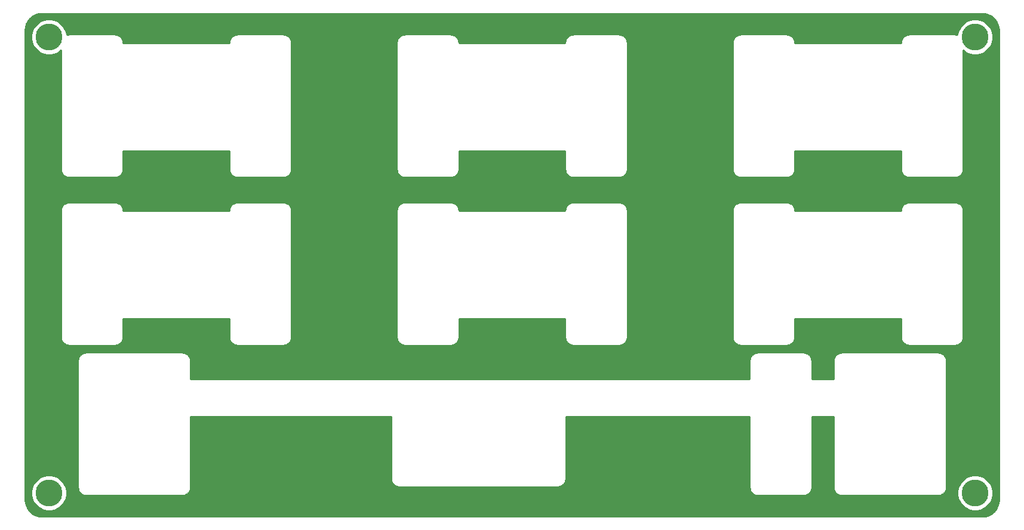
<source format=gbr>
%TF.GenerationSoftware,KiCad,Pcbnew,(5.1.10)-1*%
%TF.CreationDate,2021-07-06T10:59:22+02:00*%
%TF.ProjectId,plate,706c6174-652e-46b6-9963-61645f706362,rev?*%
%TF.SameCoordinates,Original*%
%TF.FileFunction,Copper,L1,Top*%
%TF.FilePolarity,Positive*%
%FSLAX46Y46*%
G04 Gerber Fmt 4.6, Leading zero omitted, Abs format (unit mm)*
G04 Created by KiCad (PCBNEW (5.1.10)-1) date 2021-07-06 10:59:22*
%MOMM*%
%LPD*%
G01*
G04 APERTURE LIST*
%TA.AperFunction,ComponentPad*%
%ADD10C,3.800000*%
%TD*%
%TA.AperFunction,NonConductor*%
%ADD11C,0.254000*%
%TD*%
%TA.AperFunction,NonConductor*%
%ADD12C,0.100000*%
%TD*%
G04 APERTURE END LIST*
D10*
%TO.P,REF\u002A\u002A,1*%
%TO.N,N/C*%
X196612000Y-59225000D03*
%TD*%
%TO.P,REF\u002A\u002A,1*%
%TO.N,N/C*%
X196612000Y-123900001D03*
%TD*%
%TO.P,REF\u002A\u002A,1*%
%TO.N,N/C*%
X65262000Y-123900001D03*
%TD*%
%TO.P,REF\u002A\u002A,1*%
%TO.N,N/C*%
X65261999Y-59225000D03*
%TD*%
D11*
X198065893Y-55932670D02*
X198502498Y-56064489D01*
X198905185Y-56278600D01*
X199258612Y-56566848D01*
X199549327Y-56918261D01*
X199766242Y-57319439D01*
X199901106Y-57755113D01*
X199952001Y-58239353D01*
X199952000Y-124867722D01*
X199904330Y-125353895D01*
X199772512Y-125790498D01*
X199558399Y-126193187D01*
X199270150Y-126546614D01*
X198918739Y-126837328D01*
X198517564Y-127054241D01*
X198081886Y-127189107D01*
X197597664Y-127240001D01*
X64294279Y-127240001D01*
X63808106Y-127192331D01*
X63371503Y-127060513D01*
X62968814Y-126846400D01*
X62615387Y-126558151D01*
X62324673Y-126206740D01*
X62107760Y-125805565D01*
X61972894Y-125369887D01*
X61922000Y-124885665D01*
X61922000Y-123650325D01*
X62727000Y-123650325D01*
X62727000Y-124149677D01*
X62824418Y-124639433D01*
X63015512Y-125100774D01*
X63292937Y-125515969D01*
X63646032Y-125869064D01*
X64061227Y-126146489D01*
X64522568Y-126337583D01*
X65012324Y-126435001D01*
X65511676Y-126435001D01*
X66001432Y-126337583D01*
X66462773Y-126146489D01*
X66877968Y-125869064D01*
X67231063Y-125515969D01*
X67508488Y-125100774D01*
X67699582Y-124639433D01*
X67797000Y-124149677D01*
X67797000Y-123650325D01*
X67699582Y-123160569D01*
X67698277Y-123157418D01*
X69376999Y-123157418D01*
X69379748Y-123185328D01*
X69379727Y-123188308D01*
X69380626Y-123197479D01*
X69385690Y-123245663D01*
X69386549Y-123254382D01*
X69386637Y-123254673D01*
X69390826Y-123294527D01*
X69402860Y-123353152D01*
X69414063Y-123411884D01*
X69416727Y-123420706D01*
X69445583Y-123513925D01*
X69468766Y-123569075D01*
X69491174Y-123624537D01*
X69495501Y-123632673D01*
X69541913Y-123718511D01*
X69575361Y-123768098D01*
X69608118Y-123818156D01*
X69613942Y-123825297D01*
X69676144Y-123900486D01*
X69718593Y-123942639D01*
X69760438Y-123985371D01*
X69767539Y-123991245D01*
X69843159Y-124052921D01*
X69893024Y-124086052D01*
X69942349Y-124119825D01*
X69950444Y-124124202D01*
X69950447Y-124124204D01*
X69950450Y-124124205D01*
X69950455Y-124124208D01*
X70036616Y-124170020D01*
X70091908Y-124192809D01*
X70146897Y-124216378D01*
X70155700Y-124219103D01*
X70249118Y-124247308D01*
X70307825Y-124258933D01*
X70366315Y-124271365D01*
X70375469Y-124272327D01*
X70375475Y-124272328D01*
X70375480Y-124272328D01*
X70472597Y-124281850D01*
X70472607Y-124281850D01*
X70504580Y-124284999D01*
X84219418Y-124285001D01*
X84247328Y-124282252D01*
X84250308Y-124282273D01*
X84259479Y-124281374D01*
X84307663Y-124276310D01*
X84316382Y-124275451D01*
X84316673Y-124275363D01*
X84356527Y-124271174D01*
X84415152Y-124259140D01*
X84473884Y-124247937D01*
X84482706Y-124245273D01*
X84575925Y-124216417D01*
X84631075Y-124193234D01*
X84686537Y-124170826D01*
X84694666Y-124166503D01*
X84694670Y-124166501D01*
X84694673Y-124166499D01*
X84780511Y-124120087D01*
X84830098Y-124086639D01*
X84880156Y-124053882D01*
X84887297Y-124048058D01*
X84962486Y-123985856D01*
X85004639Y-123943407D01*
X85047371Y-123901562D01*
X85053245Y-123894461D01*
X85114921Y-123818841D01*
X85148052Y-123768976D01*
X85181825Y-123719651D01*
X85186208Y-123711545D01*
X85232020Y-123625384D01*
X85254809Y-123570092D01*
X85278378Y-123515103D01*
X85281103Y-123506300D01*
X85309308Y-123412882D01*
X85320933Y-123354175D01*
X85333365Y-123295685D01*
X85334327Y-123286531D01*
X85334328Y-123286525D01*
X85334328Y-123286519D01*
X85343850Y-123189403D01*
X85343850Y-123189402D01*
X85347000Y-123157420D01*
X85347000Y-113035001D01*
X113752000Y-113035001D01*
X113751999Y-121907419D01*
X113754748Y-121935329D01*
X113754727Y-121938309D01*
X113755626Y-121947480D01*
X113760690Y-121995664D01*
X113761549Y-122004383D01*
X113761637Y-122004674D01*
X113765826Y-122044528D01*
X113777860Y-122103153D01*
X113789063Y-122161885D01*
X113791727Y-122170707D01*
X113820583Y-122263926D01*
X113843766Y-122319076D01*
X113866174Y-122374538D01*
X113870501Y-122382674D01*
X113916913Y-122468512D01*
X113950361Y-122518099D01*
X113983118Y-122568157D01*
X113988942Y-122575298D01*
X114051144Y-122650487D01*
X114093593Y-122692640D01*
X114135438Y-122735372D01*
X114142539Y-122741246D01*
X114218159Y-122802922D01*
X114268024Y-122836053D01*
X114317349Y-122869826D01*
X114325444Y-122874203D01*
X114325447Y-122874205D01*
X114325450Y-122874206D01*
X114325455Y-122874209D01*
X114411616Y-122920021D01*
X114466908Y-122942810D01*
X114521897Y-122966379D01*
X114530700Y-122969104D01*
X114624118Y-122997309D01*
X114682825Y-123008934D01*
X114741315Y-123021366D01*
X114750469Y-123022328D01*
X114750475Y-123022329D01*
X114750480Y-123022329D01*
X114847597Y-123031851D01*
X114879580Y-123035001D01*
X137444418Y-123035001D01*
X137472328Y-123032252D01*
X137475307Y-123032273D01*
X137484478Y-123031374D01*
X137532647Y-123026311D01*
X137541382Y-123025451D01*
X137541673Y-123025363D01*
X137581526Y-123021174D01*
X137640151Y-123009140D01*
X137698883Y-122997937D01*
X137707705Y-122995273D01*
X137800924Y-122966417D01*
X137856074Y-122943234D01*
X137911536Y-122920826D01*
X137919665Y-122916503D01*
X137919669Y-122916501D01*
X137919672Y-122916499D01*
X138005510Y-122870087D01*
X138055097Y-122836639D01*
X138105155Y-122803882D01*
X138112296Y-122798058D01*
X138187485Y-122735856D01*
X138229638Y-122693407D01*
X138272370Y-122651562D01*
X138278244Y-122644461D01*
X138339920Y-122568841D01*
X138373051Y-122518976D01*
X138406824Y-122469651D01*
X138411207Y-122461545D01*
X138457019Y-122375384D01*
X138479808Y-122320092D01*
X138503377Y-122265103D01*
X138506102Y-122256300D01*
X138534307Y-122162882D01*
X138545932Y-122104175D01*
X138558364Y-122045685D01*
X138559326Y-122036531D01*
X138559327Y-122036525D01*
X138559327Y-122036520D01*
X138568849Y-121939403D01*
X138571999Y-121907420D01*
X138571999Y-113035001D01*
X164627000Y-113034999D01*
X164626999Y-123157419D01*
X164629748Y-123185329D01*
X164629727Y-123188309D01*
X164630626Y-123197480D01*
X164635690Y-123245664D01*
X164636549Y-123254383D01*
X164636637Y-123254674D01*
X164640826Y-123294528D01*
X164652860Y-123353153D01*
X164664063Y-123411885D01*
X164666727Y-123420707D01*
X164695583Y-123513926D01*
X164718766Y-123569076D01*
X164741174Y-123624538D01*
X164745501Y-123632674D01*
X164791913Y-123718512D01*
X164825361Y-123768099D01*
X164858118Y-123818157D01*
X164863942Y-123825298D01*
X164926144Y-123900487D01*
X164968593Y-123942640D01*
X165010438Y-123985372D01*
X165017539Y-123991246D01*
X165093159Y-124052922D01*
X165143024Y-124086053D01*
X165192349Y-124119826D01*
X165200444Y-124124203D01*
X165200447Y-124124205D01*
X165200450Y-124124206D01*
X165200455Y-124124209D01*
X165286616Y-124170021D01*
X165341908Y-124192810D01*
X165396897Y-124216379D01*
X165405700Y-124219104D01*
X165499118Y-124247309D01*
X165557825Y-124258934D01*
X165616315Y-124271366D01*
X165625469Y-124272328D01*
X165625475Y-124272329D01*
X165625480Y-124272329D01*
X165722597Y-124281851D01*
X165754580Y-124285001D01*
X172319418Y-124285001D01*
X172347328Y-124282252D01*
X172350307Y-124282273D01*
X172359478Y-124281374D01*
X172407647Y-124276311D01*
X172416382Y-124275451D01*
X172416673Y-124275363D01*
X172456526Y-124271174D01*
X172515151Y-124259140D01*
X172573883Y-124247937D01*
X172582705Y-124245273D01*
X172675924Y-124216417D01*
X172731074Y-124193234D01*
X172786536Y-124170826D01*
X172794665Y-124166503D01*
X172794669Y-124166501D01*
X172794672Y-124166499D01*
X172880510Y-124120087D01*
X172930097Y-124086639D01*
X172980155Y-124053882D01*
X172987296Y-124048058D01*
X173062485Y-123985856D01*
X173104638Y-123943407D01*
X173147370Y-123901562D01*
X173153244Y-123894461D01*
X173214920Y-123818841D01*
X173248051Y-123768976D01*
X173281824Y-123719651D01*
X173286207Y-123711545D01*
X173332019Y-123625384D01*
X173354808Y-123570092D01*
X173378377Y-123515103D01*
X173381102Y-123506300D01*
X173409307Y-123412882D01*
X173420932Y-123354175D01*
X173433364Y-123295685D01*
X173434326Y-123286531D01*
X173434327Y-123286525D01*
X173434327Y-123286519D01*
X173443849Y-123189403D01*
X173443849Y-123189402D01*
X173446999Y-123157420D01*
X173446999Y-113035000D01*
X176526999Y-113035000D01*
X176527000Y-123157419D01*
X176529748Y-123185319D01*
X176529727Y-123188308D01*
X176530626Y-123197479D01*
X176535705Y-123245799D01*
X176536550Y-123254383D01*
X176536637Y-123254669D01*
X176540826Y-123294527D01*
X176552860Y-123353152D01*
X176564063Y-123411884D01*
X176566727Y-123420706D01*
X176595583Y-123513925D01*
X176618766Y-123569075D01*
X176641174Y-123624537D01*
X176645501Y-123632673D01*
X176691913Y-123718511D01*
X176725361Y-123768098D01*
X176758118Y-123818156D01*
X176763942Y-123825297D01*
X176826144Y-123900486D01*
X176868593Y-123942639D01*
X176910438Y-123985371D01*
X176917539Y-123991245D01*
X176993159Y-124052921D01*
X177043024Y-124086052D01*
X177092349Y-124119825D01*
X177100444Y-124124202D01*
X177100447Y-124124204D01*
X177100450Y-124124205D01*
X177100455Y-124124208D01*
X177186616Y-124170020D01*
X177241908Y-124192809D01*
X177296897Y-124216378D01*
X177305700Y-124219103D01*
X177399118Y-124247308D01*
X177457825Y-124258933D01*
X177516315Y-124271365D01*
X177525469Y-124272327D01*
X177525475Y-124272328D01*
X177525480Y-124272328D01*
X177622597Y-124281850D01*
X177654580Y-124285000D01*
X191407418Y-124285000D01*
X191435328Y-124282251D01*
X191438307Y-124282272D01*
X191447478Y-124281373D01*
X191495647Y-124276310D01*
X191504382Y-124275450D01*
X191504673Y-124275362D01*
X191544526Y-124271173D01*
X191603151Y-124259139D01*
X191661883Y-124247936D01*
X191670705Y-124245272D01*
X191763924Y-124216416D01*
X191819074Y-124193233D01*
X191874536Y-124170825D01*
X191882665Y-124166502D01*
X191882669Y-124166500D01*
X191882672Y-124166498D01*
X191968510Y-124120086D01*
X192018097Y-124086638D01*
X192068155Y-124053881D01*
X192075296Y-124048057D01*
X192150485Y-123985855D01*
X192192638Y-123943406D01*
X192235370Y-123901561D01*
X192241244Y-123894460D01*
X192302920Y-123818840D01*
X192336051Y-123768975D01*
X192369824Y-123719650D01*
X192374207Y-123711544D01*
X192406757Y-123650325D01*
X194077000Y-123650325D01*
X194077000Y-124149677D01*
X194174418Y-124639433D01*
X194365512Y-125100774D01*
X194642937Y-125515969D01*
X194996032Y-125869064D01*
X195411227Y-126146489D01*
X195872568Y-126337583D01*
X196362324Y-126435001D01*
X196861676Y-126435001D01*
X197351432Y-126337583D01*
X197812773Y-126146489D01*
X198227968Y-125869064D01*
X198581063Y-125515969D01*
X198858488Y-125100774D01*
X199049582Y-124639433D01*
X199147000Y-124149677D01*
X199147000Y-123650325D01*
X199049582Y-123160569D01*
X198858488Y-122699228D01*
X198581063Y-122284033D01*
X198227968Y-121930938D01*
X197812773Y-121653513D01*
X197351432Y-121462419D01*
X196861676Y-121365001D01*
X196362324Y-121365001D01*
X195872568Y-121462419D01*
X195411227Y-121653513D01*
X194996032Y-121930938D01*
X194642937Y-122284033D01*
X194365512Y-122699228D01*
X194174418Y-123160569D01*
X194077000Y-123650325D01*
X192406757Y-123650325D01*
X192420019Y-123625383D01*
X192442808Y-123570091D01*
X192466377Y-123515102D01*
X192469102Y-123506299D01*
X192497307Y-123412881D01*
X192508932Y-123354174D01*
X192521364Y-123295684D01*
X192522326Y-123286530D01*
X192522327Y-123286524D01*
X192522327Y-123286519D01*
X192531849Y-123189402D01*
X192534999Y-123157419D01*
X192534999Y-105092581D01*
X192532250Y-105064671D01*
X192532271Y-105061693D01*
X192531372Y-105052522D01*
X192526310Y-105004360D01*
X192525449Y-104995617D01*
X192525361Y-104995325D01*
X192521172Y-104955473D01*
X192509139Y-104896854D01*
X192497935Y-104838116D01*
X192495271Y-104829294D01*
X192466415Y-104736075D01*
X192443237Y-104680937D01*
X192420824Y-104625463D01*
X192416497Y-104617327D01*
X192370084Y-104531489D01*
X192336644Y-104481913D01*
X192303880Y-104431844D01*
X192298056Y-104424703D01*
X192235854Y-104349514D01*
X192193405Y-104307361D01*
X192151560Y-104264629D01*
X192144459Y-104258755D01*
X192068838Y-104197079D01*
X192019033Y-104163988D01*
X191969649Y-104130174D01*
X191961543Y-104125792D01*
X191875382Y-104079980D01*
X191820090Y-104057191D01*
X191765101Y-104033622D01*
X191756298Y-104030897D01*
X191662880Y-104002692D01*
X191604173Y-103991067D01*
X191545683Y-103978635D01*
X191536529Y-103977673D01*
X191536523Y-103977672D01*
X191536518Y-103977672D01*
X191439401Y-103968150D01*
X191407418Y-103965000D01*
X177654580Y-103965000D01*
X177626670Y-103967749D01*
X177623692Y-103967728D01*
X177614521Y-103968627D01*
X177566359Y-103973689D01*
X177557616Y-103974550D01*
X177557324Y-103974638D01*
X177517472Y-103978827D01*
X177458853Y-103990860D01*
X177400115Y-104002064D01*
X177391293Y-104004728D01*
X177298074Y-104033584D01*
X177242936Y-104056762D01*
X177187462Y-104079175D01*
X177179333Y-104083498D01*
X177179329Y-104083500D01*
X177179328Y-104083501D01*
X177179326Y-104083502D01*
X177093488Y-104129915D01*
X177043912Y-104163355D01*
X176993843Y-104196119D01*
X176986702Y-104201943D01*
X176911513Y-104264145D01*
X176869360Y-104306594D01*
X176826628Y-104348439D01*
X176820754Y-104355540D01*
X176759078Y-104431161D01*
X176725987Y-104480966D01*
X176692173Y-104530350D01*
X176687791Y-104538456D01*
X176641979Y-104624617D01*
X176619190Y-104679909D01*
X176595621Y-104734898D01*
X176592896Y-104743701D01*
X176564691Y-104837119D01*
X176553066Y-104895826D01*
X176540634Y-104954316D01*
X176539672Y-104963470D01*
X176539671Y-104963476D01*
X176539671Y-104963481D01*
X176530149Y-105060598D01*
X176526999Y-105092582D01*
X176527000Y-107715000D01*
X173446999Y-107715000D01*
X173446999Y-105092582D01*
X173444250Y-105064672D01*
X173444271Y-105061694D01*
X173443372Y-105052523D01*
X173438310Y-105004361D01*
X173437449Y-104995618D01*
X173437361Y-104995326D01*
X173433172Y-104955474D01*
X173421139Y-104896855D01*
X173409935Y-104838117D01*
X173407271Y-104829295D01*
X173378415Y-104736076D01*
X173355237Y-104680938D01*
X173332824Y-104625464D01*
X173328497Y-104617328D01*
X173282084Y-104531490D01*
X173248644Y-104481914D01*
X173215880Y-104431845D01*
X173210056Y-104424704D01*
X173147854Y-104349515D01*
X173105405Y-104307362D01*
X173063560Y-104264630D01*
X173056459Y-104258756D01*
X172980838Y-104197080D01*
X172931033Y-104163989D01*
X172881649Y-104130175D01*
X172873543Y-104125793D01*
X172787382Y-104079981D01*
X172732090Y-104057192D01*
X172677101Y-104033623D01*
X172668298Y-104030898D01*
X172574880Y-104002693D01*
X172516173Y-103991068D01*
X172457683Y-103978636D01*
X172448529Y-103977674D01*
X172448523Y-103977673D01*
X172448518Y-103977673D01*
X172351401Y-103968151D01*
X172319418Y-103965001D01*
X165754580Y-103965001D01*
X165726670Y-103967750D01*
X165723692Y-103967729D01*
X165714521Y-103968628D01*
X165666359Y-103973690D01*
X165657616Y-103974551D01*
X165657324Y-103974639D01*
X165617472Y-103978828D01*
X165558853Y-103990861D01*
X165500115Y-104002065D01*
X165491293Y-104004729D01*
X165398074Y-104033585D01*
X165342936Y-104056763D01*
X165287462Y-104079176D01*
X165279333Y-104083499D01*
X165279329Y-104083501D01*
X165279328Y-104083502D01*
X165279326Y-104083503D01*
X165193488Y-104129916D01*
X165143912Y-104163356D01*
X165093843Y-104196120D01*
X165086702Y-104201944D01*
X165011513Y-104264146D01*
X164969360Y-104306595D01*
X164926628Y-104348440D01*
X164920754Y-104355541D01*
X164859078Y-104431162D01*
X164825987Y-104480967D01*
X164792173Y-104530351D01*
X164787791Y-104538457D01*
X164741979Y-104624618D01*
X164719190Y-104679910D01*
X164695621Y-104734899D01*
X164692896Y-104743702D01*
X164664691Y-104837120D01*
X164653066Y-104895827D01*
X164640634Y-104954317D01*
X164639672Y-104963471D01*
X164639671Y-104963477D01*
X164639671Y-104963482D01*
X164630149Y-105060599D01*
X164630149Y-105060609D01*
X164627000Y-105092582D01*
X164626999Y-107715000D01*
X85347000Y-107715002D01*
X85347000Y-105092582D01*
X85344251Y-105064672D01*
X85344272Y-105061694D01*
X85343373Y-105052523D01*
X85338311Y-105004361D01*
X85337450Y-104995618D01*
X85337362Y-104995326D01*
X85333173Y-104955474D01*
X85321140Y-104896855D01*
X85309936Y-104838117D01*
X85307272Y-104829295D01*
X85278416Y-104736076D01*
X85255238Y-104680938D01*
X85232825Y-104625464D01*
X85228498Y-104617328D01*
X85182085Y-104531490D01*
X85148645Y-104481914D01*
X85115881Y-104431845D01*
X85110057Y-104424704D01*
X85047855Y-104349515D01*
X85005406Y-104307362D01*
X84963561Y-104264630D01*
X84956460Y-104258756D01*
X84880839Y-104197080D01*
X84831034Y-104163989D01*
X84781650Y-104130175D01*
X84773544Y-104125793D01*
X84687383Y-104079981D01*
X84632091Y-104057192D01*
X84577102Y-104033623D01*
X84568299Y-104030898D01*
X84474881Y-104002693D01*
X84416174Y-103991068D01*
X84357684Y-103978636D01*
X84348530Y-103977674D01*
X84348524Y-103977673D01*
X84348519Y-103977673D01*
X84251402Y-103968151D01*
X84251392Y-103968151D01*
X84219419Y-103965002D01*
X70504581Y-103965000D01*
X70476671Y-103967749D01*
X70473692Y-103967728D01*
X70464521Y-103968627D01*
X70416344Y-103973690D01*
X70407617Y-103974550D01*
X70407326Y-103974638D01*
X70367472Y-103978827D01*
X70308853Y-103990860D01*
X70250115Y-104002064D01*
X70241293Y-104004728D01*
X70148074Y-104033584D01*
X70092936Y-104056762D01*
X70037462Y-104079175D01*
X70029333Y-104083498D01*
X70029329Y-104083500D01*
X70029328Y-104083501D01*
X70029326Y-104083502D01*
X69943488Y-104129915D01*
X69893912Y-104163355D01*
X69843843Y-104196119D01*
X69836702Y-104201943D01*
X69761513Y-104264145D01*
X69719360Y-104306594D01*
X69676628Y-104348439D01*
X69670754Y-104355540D01*
X69609078Y-104431161D01*
X69575987Y-104480966D01*
X69542173Y-104530350D01*
X69537791Y-104538456D01*
X69491979Y-104624617D01*
X69469190Y-104679909D01*
X69445621Y-104734898D01*
X69442896Y-104743701D01*
X69414691Y-104837119D01*
X69403066Y-104895826D01*
X69390634Y-104954316D01*
X69389672Y-104963470D01*
X69389671Y-104963476D01*
X69389671Y-104963481D01*
X69380149Y-105060598D01*
X69380149Y-105060608D01*
X69377000Y-105092581D01*
X69376999Y-123157418D01*
X67698277Y-123157418D01*
X67508488Y-122699228D01*
X67231063Y-122284033D01*
X66877968Y-121930938D01*
X66462773Y-121653513D01*
X66001432Y-121462419D01*
X65511676Y-121365001D01*
X65012324Y-121365001D01*
X64522568Y-121462419D01*
X64061227Y-121653513D01*
X63646032Y-121930938D01*
X63292937Y-122284033D01*
X63015512Y-122699228D01*
X62824418Y-123160569D01*
X62727000Y-123650325D01*
X61922000Y-123650325D01*
X61922000Y-101844919D01*
X66964000Y-101844919D01*
X66966749Y-101872829D01*
X66966728Y-101875809D01*
X66967627Y-101884980D01*
X66972691Y-101933164D01*
X66973550Y-101941883D01*
X66973638Y-101942174D01*
X66977827Y-101982028D01*
X66989861Y-102040653D01*
X67001064Y-102099385D01*
X67003728Y-102108207D01*
X67032584Y-102201426D01*
X67055767Y-102256576D01*
X67078175Y-102312038D01*
X67082502Y-102320174D01*
X67128914Y-102406012D01*
X67162362Y-102455599D01*
X67195119Y-102505657D01*
X67200943Y-102512798D01*
X67263145Y-102587987D01*
X67305594Y-102630140D01*
X67347439Y-102672872D01*
X67354540Y-102678746D01*
X67430160Y-102740422D01*
X67480025Y-102773553D01*
X67529350Y-102807326D01*
X67537445Y-102811703D01*
X67537448Y-102811705D01*
X67537451Y-102811706D01*
X67537456Y-102811709D01*
X67623617Y-102857521D01*
X67678909Y-102880310D01*
X67733898Y-102903879D01*
X67742701Y-102906604D01*
X67836119Y-102934809D01*
X67894826Y-102946434D01*
X67953316Y-102958866D01*
X67962470Y-102959828D01*
X67962476Y-102959829D01*
X67962481Y-102959829D01*
X68059598Y-102969351D01*
X68091581Y-102972501D01*
X74656419Y-102972501D01*
X74684329Y-102969752D01*
X74687308Y-102969773D01*
X74696479Y-102968874D01*
X74744648Y-102963811D01*
X74753383Y-102962951D01*
X74753674Y-102962863D01*
X74793527Y-102958674D01*
X74852152Y-102946640D01*
X74910884Y-102935437D01*
X74919706Y-102932773D01*
X75012925Y-102903917D01*
X75068075Y-102880734D01*
X75123537Y-102858326D01*
X75131666Y-102854003D01*
X75131670Y-102854001D01*
X75131673Y-102853999D01*
X75217511Y-102807587D01*
X75267098Y-102774139D01*
X75317156Y-102741382D01*
X75324297Y-102735558D01*
X75399486Y-102673356D01*
X75441639Y-102630907D01*
X75484371Y-102589062D01*
X75490245Y-102581961D01*
X75551921Y-102506341D01*
X75585052Y-102456476D01*
X75618825Y-102407151D01*
X75623208Y-102399045D01*
X75669020Y-102312884D01*
X75691809Y-102257592D01*
X75715378Y-102202603D01*
X75718103Y-102193800D01*
X75746308Y-102100382D01*
X75757933Y-102041675D01*
X75770365Y-101983185D01*
X75771327Y-101974031D01*
X75771328Y-101974025D01*
X75771328Y-101974020D01*
X75780850Y-101876903D01*
X75780850Y-101876893D01*
X75783999Y-101844920D01*
X75784001Y-99222499D01*
X90840002Y-99222501D01*
X90840001Y-101844919D01*
X90842750Y-101872829D01*
X90842729Y-101875809D01*
X90843628Y-101884980D01*
X90848692Y-101933164D01*
X90849551Y-101941883D01*
X90849639Y-101942174D01*
X90853828Y-101982028D01*
X90865862Y-102040653D01*
X90877065Y-102099385D01*
X90879729Y-102108207D01*
X90908585Y-102201426D01*
X90931768Y-102256576D01*
X90954176Y-102312038D01*
X90958503Y-102320174D01*
X91004915Y-102406012D01*
X91038363Y-102455599D01*
X91071120Y-102505657D01*
X91076944Y-102512798D01*
X91139146Y-102587987D01*
X91181595Y-102630140D01*
X91223440Y-102672872D01*
X91230541Y-102678746D01*
X91306161Y-102740422D01*
X91356026Y-102773553D01*
X91405351Y-102807326D01*
X91413446Y-102811703D01*
X91413449Y-102811705D01*
X91413452Y-102811706D01*
X91413457Y-102811709D01*
X91499618Y-102857521D01*
X91554910Y-102880310D01*
X91609899Y-102903879D01*
X91618702Y-102906604D01*
X91712120Y-102934809D01*
X91770827Y-102946434D01*
X91829317Y-102958866D01*
X91838471Y-102959828D01*
X91838477Y-102959829D01*
X91838482Y-102959829D01*
X91935599Y-102969351D01*
X91967582Y-102972501D01*
X98532420Y-102972501D01*
X98560330Y-102969752D01*
X98563309Y-102969773D01*
X98572480Y-102968874D01*
X98620649Y-102963811D01*
X98629384Y-102962951D01*
X98629675Y-102962863D01*
X98669528Y-102958674D01*
X98728153Y-102946640D01*
X98786885Y-102935437D01*
X98795707Y-102932773D01*
X98888926Y-102903917D01*
X98944076Y-102880734D01*
X98999538Y-102858326D01*
X99007667Y-102854003D01*
X99007671Y-102854001D01*
X99007674Y-102853999D01*
X99093512Y-102807587D01*
X99143099Y-102774139D01*
X99193157Y-102741382D01*
X99200298Y-102735558D01*
X99275487Y-102673356D01*
X99317640Y-102630907D01*
X99360372Y-102589062D01*
X99366246Y-102581961D01*
X99427922Y-102506341D01*
X99461053Y-102456476D01*
X99494826Y-102407151D01*
X99499209Y-102399045D01*
X99545021Y-102312884D01*
X99567810Y-102257592D01*
X99591379Y-102202603D01*
X99594104Y-102193800D01*
X99622309Y-102100382D01*
X99633934Y-102041675D01*
X99646366Y-101983185D01*
X99647328Y-101974031D01*
X99647329Y-101974025D01*
X99647329Y-101974020D01*
X99656851Y-101876903D01*
X99660001Y-101844920D01*
X99660001Y-101844919D01*
X114589001Y-101844919D01*
X114591750Y-101872829D01*
X114591729Y-101875809D01*
X114592628Y-101884980D01*
X114597692Y-101933164D01*
X114598551Y-101941883D01*
X114598639Y-101942174D01*
X114602828Y-101982028D01*
X114614862Y-102040653D01*
X114626065Y-102099385D01*
X114628729Y-102108207D01*
X114657585Y-102201426D01*
X114680768Y-102256576D01*
X114703176Y-102312038D01*
X114707503Y-102320174D01*
X114753915Y-102406012D01*
X114787363Y-102455599D01*
X114820120Y-102505657D01*
X114825944Y-102512798D01*
X114888146Y-102587987D01*
X114930595Y-102630140D01*
X114972440Y-102672872D01*
X114979541Y-102678746D01*
X115055161Y-102740422D01*
X115105026Y-102773553D01*
X115154351Y-102807326D01*
X115162446Y-102811703D01*
X115162449Y-102811705D01*
X115162452Y-102811706D01*
X115162457Y-102811709D01*
X115248618Y-102857521D01*
X115303910Y-102880310D01*
X115358899Y-102903879D01*
X115367702Y-102906604D01*
X115461120Y-102934809D01*
X115519827Y-102946434D01*
X115578317Y-102958866D01*
X115587471Y-102959828D01*
X115587477Y-102959829D01*
X115587482Y-102959829D01*
X115684599Y-102969351D01*
X115716582Y-102972501D01*
X122281420Y-102972501D01*
X122309330Y-102969752D01*
X122312309Y-102969773D01*
X122321480Y-102968874D01*
X122369649Y-102963811D01*
X122378384Y-102962951D01*
X122378675Y-102962863D01*
X122418528Y-102958674D01*
X122477153Y-102946640D01*
X122535885Y-102935437D01*
X122544707Y-102932773D01*
X122637926Y-102903917D01*
X122693076Y-102880734D01*
X122748538Y-102858326D01*
X122756667Y-102854003D01*
X122756671Y-102854001D01*
X122756674Y-102853999D01*
X122842512Y-102807587D01*
X122892099Y-102774139D01*
X122942157Y-102741382D01*
X122949298Y-102735558D01*
X123024487Y-102673356D01*
X123066640Y-102630907D01*
X123109372Y-102589062D01*
X123115246Y-102581961D01*
X123176922Y-102506341D01*
X123210053Y-102456476D01*
X123243826Y-102407151D01*
X123248209Y-102399045D01*
X123294021Y-102312884D01*
X123316810Y-102257592D01*
X123340379Y-102202603D01*
X123343104Y-102193800D01*
X123371309Y-102100382D01*
X123382934Y-102041675D01*
X123395366Y-101983185D01*
X123396328Y-101974031D01*
X123396329Y-101974025D01*
X123396329Y-101974020D01*
X123405851Y-101876903D01*
X123405851Y-101876893D01*
X123409000Y-101844920D01*
X123409002Y-99222499D01*
X138465003Y-99222501D01*
X138465002Y-101844919D01*
X138467751Y-101872829D01*
X138467730Y-101875809D01*
X138468629Y-101884980D01*
X138473693Y-101933164D01*
X138474552Y-101941883D01*
X138474640Y-101942174D01*
X138478829Y-101982028D01*
X138490863Y-102040653D01*
X138502066Y-102099385D01*
X138504730Y-102108207D01*
X138533586Y-102201426D01*
X138556769Y-102256576D01*
X138579177Y-102312038D01*
X138583504Y-102320174D01*
X138629916Y-102406012D01*
X138663364Y-102455599D01*
X138696121Y-102505657D01*
X138701945Y-102512798D01*
X138764147Y-102587987D01*
X138806596Y-102630140D01*
X138848441Y-102672872D01*
X138855542Y-102678746D01*
X138931162Y-102740422D01*
X138981027Y-102773553D01*
X139030352Y-102807326D01*
X139038447Y-102811703D01*
X139038450Y-102811705D01*
X139038453Y-102811706D01*
X139038458Y-102811709D01*
X139124619Y-102857521D01*
X139179911Y-102880310D01*
X139234900Y-102903879D01*
X139243703Y-102906604D01*
X139337121Y-102934809D01*
X139395828Y-102946434D01*
X139454318Y-102958866D01*
X139463472Y-102959828D01*
X139463478Y-102959829D01*
X139463483Y-102959829D01*
X139560600Y-102969351D01*
X139592583Y-102972501D01*
X146157421Y-102972501D01*
X146185331Y-102969752D01*
X146188310Y-102969773D01*
X146197481Y-102968874D01*
X146245650Y-102963811D01*
X146254385Y-102962951D01*
X146254676Y-102962863D01*
X146294529Y-102958674D01*
X146353154Y-102946640D01*
X146411886Y-102935437D01*
X146420708Y-102932773D01*
X146513927Y-102903917D01*
X146569077Y-102880734D01*
X146624539Y-102858326D01*
X146632668Y-102854003D01*
X146632672Y-102854001D01*
X146632675Y-102853999D01*
X146718513Y-102807587D01*
X146768100Y-102774139D01*
X146818158Y-102741382D01*
X146825299Y-102735558D01*
X146900488Y-102673356D01*
X146942641Y-102630907D01*
X146985373Y-102589062D01*
X146991247Y-102581961D01*
X147052923Y-102506341D01*
X147086054Y-102456476D01*
X147119827Y-102407151D01*
X147124210Y-102399045D01*
X147170022Y-102312884D01*
X147192811Y-102257592D01*
X147216380Y-102202603D01*
X147219105Y-102193800D01*
X147247310Y-102100382D01*
X147258935Y-102041675D01*
X147271367Y-101983185D01*
X147272329Y-101974031D01*
X147272330Y-101974025D01*
X147272330Y-101974020D01*
X147281852Y-101876903D01*
X147285002Y-101844920D01*
X147285002Y-101844919D01*
X162214001Y-101844919D01*
X162216750Y-101872829D01*
X162216729Y-101875809D01*
X162217628Y-101884980D01*
X162222692Y-101933164D01*
X162223551Y-101941883D01*
X162223639Y-101942174D01*
X162227828Y-101982028D01*
X162239862Y-102040653D01*
X162251065Y-102099385D01*
X162253729Y-102108207D01*
X162282585Y-102201426D01*
X162305768Y-102256576D01*
X162328176Y-102312038D01*
X162332503Y-102320174D01*
X162378915Y-102406012D01*
X162412363Y-102455599D01*
X162445120Y-102505657D01*
X162450944Y-102512798D01*
X162513146Y-102587987D01*
X162555595Y-102630140D01*
X162597440Y-102672872D01*
X162604541Y-102678746D01*
X162680161Y-102740422D01*
X162730026Y-102773553D01*
X162779351Y-102807326D01*
X162787446Y-102811703D01*
X162787449Y-102811705D01*
X162787452Y-102811706D01*
X162787457Y-102811709D01*
X162873618Y-102857521D01*
X162928910Y-102880310D01*
X162983899Y-102903879D01*
X162992702Y-102906604D01*
X163086120Y-102934809D01*
X163144827Y-102946434D01*
X163203317Y-102958866D01*
X163212471Y-102959828D01*
X163212477Y-102959829D01*
X163212482Y-102959829D01*
X163309599Y-102969351D01*
X163341582Y-102972501D01*
X169906420Y-102972501D01*
X169934330Y-102969752D01*
X169937309Y-102969773D01*
X169946480Y-102968874D01*
X169994649Y-102963811D01*
X170003384Y-102962951D01*
X170003675Y-102962863D01*
X170043528Y-102958674D01*
X170102153Y-102946640D01*
X170160885Y-102935437D01*
X170169707Y-102932773D01*
X170262926Y-102903917D01*
X170318076Y-102880734D01*
X170373538Y-102858326D01*
X170381667Y-102854003D01*
X170381671Y-102854001D01*
X170381674Y-102853999D01*
X170467512Y-102807587D01*
X170517099Y-102774139D01*
X170567157Y-102741382D01*
X170574298Y-102735558D01*
X170649487Y-102673356D01*
X170691640Y-102630907D01*
X170734372Y-102589062D01*
X170740246Y-102581961D01*
X170801922Y-102506341D01*
X170835053Y-102456476D01*
X170868826Y-102407151D01*
X170873209Y-102399045D01*
X170919021Y-102312884D01*
X170941810Y-102257592D01*
X170965379Y-102202603D01*
X170968104Y-102193800D01*
X170996309Y-102100382D01*
X171007934Y-102041675D01*
X171020366Y-101983185D01*
X171021328Y-101974031D01*
X171021329Y-101974025D01*
X171021329Y-101974020D01*
X171030851Y-101876903D01*
X171030851Y-101876893D01*
X171034000Y-101844920D01*
X171034002Y-99222499D01*
X186090003Y-99222501D01*
X186090002Y-101844919D01*
X186092751Y-101872829D01*
X186092730Y-101875809D01*
X186093629Y-101884980D01*
X186098693Y-101933164D01*
X186099552Y-101941883D01*
X186099640Y-101942174D01*
X186103829Y-101982028D01*
X186115863Y-102040653D01*
X186127066Y-102099385D01*
X186129730Y-102108207D01*
X186158586Y-102201426D01*
X186181769Y-102256576D01*
X186204177Y-102312038D01*
X186208504Y-102320174D01*
X186254916Y-102406012D01*
X186288364Y-102455599D01*
X186321121Y-102505657D01*
X186326945Y-102512798D01*
X186389147Y-102587987D01*
X186431596Y-102630140D01*
X186473441Y-102672872D01*
X186480542Y-102678746D01*
X186556162Y-102740422D01*
X186606027Y-102773553D01*
X186655352Y-102807326D01*
X186663447Y-102811703D01*
X186663450Y-102811705D01*
X186663453Y-102811706D01*
X186663458Y-102811709D01*
X186749619Y-102857521D01*
X186804911Y-102880310D01*
X186859900Y-102903879D01*
X186868703Y-102906604D01*
X186962121Y-102934809D01*
X187020828Y-102946434D01*
X187079318Y-102958866D01*
X187088472Y-102959828D01*
X187088478Y-102959829D01*
X187088483Y-102959829D01*
X187185600Y-102969351D01*
X187217583Y-102972501D01*
X193782421Y-102972501D01*
X193810331Y-102969752D01*
X193813310Y-102969773D01*
X193822481Y-102968874D01*
X193870650Y-102963811D01*
X193879385Y-102962951D01*
X193879676Y-102962863D01*
X193919529Y-102958674D01*
X193978154Y-102946640D01*
X194036886Y-102935437D01*
X194045708Y-102932773D01*
X194138927Y-102903917D01*
X194194077Y-102880734D01*
X194249539Y-102858326D01*
X194257668Y-102854003D01*
X194257672Y-102854001D01*
X194257675Y-102853999D01*
X194343513Y-102807587D01*
X194393100Y-102774139D01*
X194443158Y-102741382D01*
X194450299Y-102735558D01*
X194525488Y-102673356D01*
X194567641Y-102630907D01*
X194610373Y-102589062D01*
X194616247Y-102581961D01*
X194677923Y-102506341D01*
X194711054Y-102456476D01*
X194744827Y-102407151D01*
X194749210Y-102399045D01*
X194795022Y-102312884D01*
X194817811Y-102257592D01*
X194841380Y-102202603D01*
X194844105Y-102193800D01*
X194872310Y-102100382D01*
X194883935Y-102041675D01*
X194896367Y-101983185D01*
X194897329Y-101974031D01*
X194897330Y-101974025D01*
X194897330Y-101974020D01*
X194906852Y-101876903D01*
X194910002Y-101844920D01*
X194910002Y-83780082D01*
X194907253Y-83752172D01*
X194907274Y-83749194D01*
X194906375Y-83740023D01*
X194901313Y-83691861D01*
X194900452Y-83683118D01*
X194900364Y-83682826D01*
X194896175Y-83642974D01*
X194884142Y-83584355D01*
X194872938Y-83525617D01*
X194870274Y-83516795D01*
X194841418Y-83423576D01*
X194818240Y-83368438D01*
X194795827Y-83312964D01*
X194791500Y-83304828D01*
X194745087Y-83218990D01*
X194711647Y-83169414D01*
X194678883Y-83119345D01*
X194673059Y-83112204D01*
X194610857Y-83037015D01*
X194568408Y-82994862D01*
X194526563Y-82952130D01*
X194519462Y-82946256D01*
X194443841Y-82884580D01*
X194394036Y-82851489D01*
X194344652Y-82817675D01*
X194336546Y-82813293D01*
X194250385Y-82767481D01*
X194195093Y-82744692D01*
X194140104Y-82721123D01*
X194131301Y-82718398D01*
X194037883Y-82690193D01*
X193979176Y-82678568D01*
X193920686Y-82666136D01*
X193911532Y-82665174D01*
X193911526Y-82665173D01*
X193911521Y-82665173D01*
X193814404Y-82655651D01*
X193782421Y-82652501D01*
X187217583Y-82652501D01*
X187189673Y-82655250D01*
X187186695Y-82655229D01*
X187177524Y-82656128D01*
X187129362Y-82661190D01*
X187120619Y-82662051D01*
X187120327Y-82662139D01*
X187080475Y-82666328D01*
X187021856Y-82678361D01*
X186963118Y-82689565D01*
X186954296Y-82692229D01*
X186861077Y-82721085D01*
X186805939Y-82744263D01*
X186750465Y-82766676D01*
X186742336Y-82770999D01*
X186742332Y-82771001D01*
X186742329Y-82771003D01*
X186656491Y-82817416D01*
X186606915Y-82850856D01*
X186556846Y-82883620D01*
X186549705Y-82889444D01*
X186474516Y-82951646D01*
X186432363Y-82994095D01*
X186389631Y-83035940D01*
X186383757Y-83043041D01*
X186322081Y-83118662D01*
X186288990Y-83168467D01*
X186255176Y-83217851D01*
X186250794Y-83225957D01*
X186204982Y-83312118D01*
X186182193Y-83367410D01*
X186158624Y-83422399D01*
X186155899Y-83431202D01*
X186127694Y-83524620D01*
X186116069Y-83583327D01*
X186103637Y-83641817D01*
X186102675Y-83650971D01*
X186102674Y-83650977D01*
X186102674Y-83650982D01*
X186093152Y-83748099D01*
X186090002Y-83780082D01*
X186090002Y-83902502D01*
X171034001Y-83902500D01*
X171034000Y-83780080D01*
X171031252Y-83752180D01*
X171031273Y-83749194D01*
X171030374Y-83740023D01*
X171025299Y-83691740D01*
X171024450Y-83683116D01*
X171024363Y-83682828D01*
X171020174Y-83642974D01*
X171008141Y-83584355D01*
X170996937Y-83525617D01*
X170994273Y-83516795D01*
X170965417Y-83423576D01*
X170942239Y-83368438D01*
X170919826Y-83312964D01*
X170915499Y-83304828D01*
X170869086Y-83218990D01*
X170835646Y-83169414D01*
X170802882Y-83119345D01*
X170797058Y-83112204D01*
X170734856Y-83037015D01*
X170692407Y-82994862D01*
X170650562Y-82952130D01*
X170643461Y-82946256D01*
X170567840Y-82884580D01*
X170518035Y-82851489D01*
X170468651Y-82817675D01*
X170460545Y-82813293D01*
X170374384Y-82767481D01*
X170319092Y-82744692D01*
X170264103Y-82721123D01*
X170255300Y-82718398D01*
X170161882Y-82690193D01*
X170103175Y-82678568D01*
X170044685Y-82666136D01*
X170035531Y-82665174D01*
X170035525Y-82665173D01*
X170035520Y-82665173D01*
X169938403Y-82655651D01*
X169906420Y-82652501D01*
X163341582Y-82652501D01*
X163313672Y-82655250D01*
X163310694Y-82655229D01*
X163301523Y-82656128D01*
X163253361Y-82661190D01*
X163244618Y-82662051D01*
X163244326Y-82662139D01*
X163204474Y-82666328D01*
X163145855Y-82678361D01*
X163087117Y-82689565D01*
X163078295Y-82692229D01*
X162985076Y-82721085D01*
X162929938Y-82744263D01*
X162874464Y-82766676D01*
X162866335Y-82770999D01*
X162866331Y-82771001D01*
X162866328Y-82771003D01*
X162780490Y-82817416D01*
X162730914Y-82850856D01*
X162680845Y-82883620D01*
X162673704Y-82889444D01*
X162598515Y-82951646D01*
X162556362Y-82994095D01*
X162513630Y-83035940D01*
X162507756Y-83043041D01*
X162446080Y-83118662D01*
X162412989Y-83168467D01*
X162379175Y-83217851D01*
X162374793Y-83225957D01*
X162328981Y-83312118D01*
X162306192Y-83367410D01*
X162282623Y-83422399D01*
X162279898Y-83431202D01*
X162251693Y-83524620D01*
X162240068Y-83583327D01*
X162227636Y-83641817D01*
X162226674Y-83650971D01*
X162226673Y-83650977D01*
X162226673Y-83650982D01*
X162217151Y-83748099D01*
X162217151Y-83748109D01*
X162214002Y-83780082D01*
X162214001Y-101844919D01*
X147285002Y-101844919D01*
X147285002Y-83780082D01*
X147282253Y-83752172D01*
X147282274Y-83749194D01*
X147281375Y-83740023D01*
X147276313Y-83691861D01*
X147275452Y-83683118D01*
X147275364Y-83682826D01*
X147271175Y-83642974D01*
X147259142Y-83584355D01*
X147247938Y-83525617D01*
X147245274Y-83516795D01*
X147216418Y-83423576D01*
X147193240Y-83368438D01*
X147170827Y-83312964D01*
X147166500Y-83304828D01*
X147120087Y-83218990D01*
X147086647Y-83169414D01*
X147053883Y-83119345D01*
X147048059Y-83112204D01*
X146985857Y-83037015D01*
X146943408Y-82994862D01*
X146901563Y-82952130D01*
X146894462Y-82946256D01*
X146818841Y-82884580D01*
X146769036Y-82851489D01*
X146719652Y-82817675D01*
X146711546Y-82813293D01*
X146625385Y-82767481D01*
X146570093Y-82744692D01*
X146515104Y-82721123D01*
X146506301Y-82718398D01*
X146412883Y-82690193D01*
X146354176Y-82678568D01*
X146295686Y-82666136D01*
X146286532Y-82665174D01*
X146286526Y-82665173D01*
X146286521Y-82665173D01*
X146189404Y-82655651D01*
X146157421Y-82652501D01*
X139592583Y-82652501D01*
X139564673Y-82655250D01*
X139561695Y-82655229D01*
X139552524Y-82656128D01*
X139504362Y-82661190D01*
X139495619Y-82662051D01*
X139495327Y-82662139D01*
X139455475Y-82666328D01*
X139396856Y-82678361D01*
X139338118Y-82689565D01*
X139329296Y-82692229D01*
X139236077Y-82721085D01*
X139180939Y-82744263D01*
X139125465Y-82766676D01*
X139117336Y-82770999D01*
X139117332Y-82771001D01*
X139117329Y-82771003D01*
X139031491Y-82817416D01*
X138981915Y-82850856D01*
X138931846Y-82883620D01*
X138924705Y-82889444D01*
X138849516Y-82951646D01*
X138807363Y-82994095D01*
X138764631Y-83035940D01*
X138758757Y-83043041D01*
X138697081Y-83118662D01*
X138663990Y-83168467D01*
X138630176Y-83217851D01*
X138625794Y-83225957D01*
X138579982Y-83312118D01*
X138557193Y-83367410D01*
X138533624Y-83422399D01*
X138530899Y-83431202D01*
X138502694Y-83524620D01*
X138491069Y-83583327D01*
X138478637Y-83641817D01*
X138477675Y-83650971D01*
X138477674Y-83650977D01*
X138477674Y-83650982D01*
X138468152Y-83748099D01*
X138465002Y-83780082D01*
X138465002Y-83902502D01*
X123409001Y-83902500D01*
X123409000Y-83780080D01*
X123406252Y-83752180D01*
X123406273Y-83749194D01*
X123405374Y-83740023D01*
X123400299Y-83691740D01*
X123399450Y-83683116D01*
X123399363Y-83682828D01*
X123395174Y-83642974D01*
X123383141Y-83584355D01*
X123371937Y-83525617D01*
X123369273Y-83516795D01*
X123340417Y-83423576D01*
X123317239Y-83368438D01*
X123294826Y-83312964D01*
X123290499Y-83304828D01*
X123244086Y-83218990D01*
X123210646Y-83169414D01*
X123177882Y-83119345D01*
X123172058Y-83112204D01*
X123109856Y-83037015D01*
X123067407Y-82994862D01*
X123025562Y-82952130D01*
X123018461Y-82946256D01*
X122942840Y-82884580D01*
X122893035Y-82851489D01*
X122843651Y-82817675D01*
X122835545Y-82813293D01*
X122749384Y-82767481D01*
X122694092Y-82744692D01*
X122639103Y-82721123D01*
X122630300Y-82718398D01*
X122536882Y-82690193D01*
X122478175Y-82678568D01*
X122419685Y-82666136D01*
X122410531Y-82665174D01*
X122410525Y-82665173D01*
X122410520Y-82665173D01*
X122313403Y-82655651D01*
X122281420Y-82652501D01*
X115716582Y-82652501D01*
X115688672Y-82655250D01*
X115685694Y-82655229D01*
X115676523Y-82656128D01*
X115628361Y-82661190D01*
X115619618Y-82662051D01*
X115619326Y-82662139D01*
X115579474Y-82666328D01*
X115520855Y-82678361D01*
X115462117Y-82689565D01*
X115453295Y-82692229D01*
X115360076Y-82721085D01*
X115304938Y-82744263D01*
X115249464Y-82766676D01*
X115241335Y-82770999D01*
X115241331Y-82771001D01*
X115241328Y-82771003D01*
X115155490Y-82817416D01*
X115105914Y-82850856D01*
X115055845Y-82883620D01*
X115048704Y-82889444D01*
X114973515Y-82951646D01*
X114931362Y-82994095D01*
X114888630Y-83035940D01*
X114882756Y-83043041D01*
X114821080Y-83118662D01*
X114787989Y-83168467D01*
X114754175Y-83217851D01*
X114749793Y-83225957D01*
X114703981Y-83312118D01*
X114681192Y-83367410D01*
X114657623Y-83422399D01*
X114654898Y-83431202D01*
X114626693Y-83524620D01*
X114615068Y-83583327D01*
X114602636Y-83641817D01*
X114601674Y-83650971D01*
X114601673Y-83650977D01*
X114601673Y-83650982D01*
X114592151Y-83748099D01*
X114592151Y-83748109D01*
X114589002Y-83780082D01*
X114589001Y-101844919D01*
X99660001Y-101844919D01*
X99660001Y-83780082D01*
X99657252Y-83752172D01*
X99657273Y-83749194D01*
X99656374Y-83740023D01*
X99651312Y-83691861D01*
X99650451Y-83683118D01*
X99650363Y-83682826D01*
X99646174Y-83642974D01*
X99634141Y-83584355D01*
X99622937Y-83525617D01*
X99620273Y-83516795D01*
X99591417Y-83423576D01*
X99568239Y-83368438D01*
X99545826Y-83312964D01*
X99541499Y-83304828D01*
X99495086Y-83218990D01*
X99461646Y-83169414D01*
X99428882Y-83119345D01*
X99423058Y-83112204D01*
X99360856Y-83037015D01*
X99318407Y-82994862D01*
X99276562Y-82952130D01*
X99269461Y-82946256D01*
X99193840Y-82884580D01*
X99144035Y-82851489D01*
X99094651Y-82817675D01*
X99086545Y-82813293D01*
X99000384Y-82767481D01*
X98945092Y-82744692D01*
X98890103Y-82721123D01*
X98881300Y-82718398D01*
X98787882Y-82690193D01*
X98729175Y-82678568D01*
X98670685Y-82666136D01*
X98661531Y-82665174D01*
X98661525Y-82665173D01*
X98661520Y-82665173D01*
X98564403Y-82655651D01*
X98532420Y-82652501D01*
X91967582Y-82652501D01*
X91939672Y-82655250D01*
X91936694Y-82655229D01*
X91927523Y-82656128D01*
X91879361Y-82661190D01*
X91870618Y-82662051D01*
X91870326Y-82662139D01*
X91830474Y-82666328D01*
X91771855Y-82678361D01*
X91713117Y-82689565D01*
X91704295Y-82692229D01*
X91611076Y-82721085D01*
X91555938Y-82744263D01*
X91500464Y-82766676D01*
X91492335Y-82770999D01*
X91492331Y-82771001D01*
X91492328Y-82771003D01*
X91406490Y-82817416D01*
X91356914Y-82850856D01*
X91306845Y-82883620D01*
X91299704Y-82889444D01*
X91224515Y-82951646D01*
X91182362Y-82994095D01*
X91139630Y-83035940D01*
X91133756Y-83043041D01*
X91072080Y-83118662D01*
X91038989Y-83168467D01*
X91005175Y-83217851D01*
X91000793Y-83225957D01*
X90954981Y-83312118D01*
X90932192Y-83367410D01*
X90908623Y-83422399D01*
X90905898Y-83431202D01*
X90877693Y-83524620D01*
X90866068Y-83583327D01*
X90853636Y-83641817D01*
X90852674Y-83650971D01*
X90852673Y-83650977D01*
X90852673Y-83650982D01*
X90843151Y-83748099D01*
X90840001Y-83780082D01*
X90840001Y-83902502D01*
X75784000Y-83902500D01*
X75783999Y-83780080D01*
X75781251Y-83752180D01*
X75781272Y-83749194D01*
X75780373Y-83740023D01*
X75775298Y-83691740D01*
X75774449Y-83683116D01*
X75774362Y-83682828D01*
X75770173Y-83642974D01*
X75758140Y-83584355D01*
X75746936Y-83525617D01*
X75744272Y-83516795D01*
X75715416Y-83423576D01*
X75692238Y-83368438D01*
X75669825Y-83312964D01*
X75665498Y-83304828D01*
X75619085Y-83218990D01*
X75585645Y-83169414D01*
X75552881Y-83119345D01*
X75547057Y-83112204D01*
X75484855Y-83037015D01*
X75442406Y-82994862D01*
X75400561Y-82952130D01*
X75393460Y-82946256D01*
X75317839Y-82884580D01*
X75268034Y-82851489D01*
X75218650Y-82817675D01*
X75210544Y-82813293D01*
X75124383Y-82767481D01*
X75069091Y-82744692D01*
X75014102Y-82721123D01*
X75005299Y-82718398D01*
X74911881Y-82690193D01*
X74853174Y-82678568D01*
X74794684Y-82666136D01*
X74785530Y-82665174D01*
X74785524Y-82665173D01*
X74785519Y-82665173D01*
X74688402Y-82655651D01*
X74656419Y-82652501D01*
X68091581Y-82652501D01*
X68063671Y-82655250D01*
X68060693Y-82655229D01*
X68051522Y-82656128D01*
X68003360Y-82661190D01*
X67994617Y-82662051D01*
X67994325Y-82662139D01*
X67954473Y-82666328D01*
X67895854Y-82678361D01*
X67837116Y-82689565D01*
X67828294Y-82692229D01*
X67735075Y-82721085D01*
X67679937Y-82744263D01*
X67624463Y-82766676D01*
X67616334Y-82770999D01*
X67616330Y-82771001D01*
X67616327Y-82771003D01*
X67530489Y-82817416D01*
X67480913Y-82850856D01*
X67430844Y-82883620D01*
X67423703Y-82889444D01*
X67348514Y-82951646D01*
X67306361Y-82994095D01*
X67263629Y-83035940D01*
X67257755Y-83043041D01*
X67196079Y-83118662D01*
X67162988Y-83168467D01*
X67129174Y-83217851D01*
X67124792Y-83225957D01*
X67078980Y-83312118D01*
X67056191Y-83367410D01*
X67032622Y-83422399D01*
X67029897Y-83431202D01*
X67001692Y-83524620D01*
X66990067Y-83583327D01*
X66977635Y-83641817D01*
X66976673Y-83650971D01*
X66976672Y-83650977D01*
X66976672Y-83650982D01*
X66967150Y-83748099D01*
X66967150Y-83748109D01*
X66964001Y-83780082D01*
X66964000Y-101844919D01*
X61922000Y-101844919D01*
X61921999Y-58975324D01*
X62726999Y-58975324D01*
X62726999Y-59474676D01*
X62824417Y-59964432D01*
X63015511Y-60425773D01*
X63292936Y-60840968D01*
X63646031Y-61194063D01*
X64061226Y-61471488D01*
X64522567Y-61662582D01*
X65012323Y-61760000D01*
X65511675Y-61760000D01*
X66001431Y-61662582D01*
X66462772Y-61471488D01*
X66877967Y-61194063D01*
X66964000Y-61108030D01*
X66963999Y-78032419D01*
X66966748Y-78060329D01*
X66966727Y-78063309D01*
X66967626Y-78072480D01*
X66972690Y-78120664D01*
X66973549Y-78129383D01*
X66973637Y-78129674D01*
X66977826Y-78169528D01*
X66989860Y-78228153D01*
X67001063Y-78286885D01*
X67003727Y-78295707D01*
X67032583Y-78388926D01*
X67055766Y-78444076D01*
X67078174Y-78499538D01*
X67082501Y-78507674D01*
X67128913Y-78593512D01*
X67162361Y-78643099D01*
X67195118Y-78693157D01*
X67200942Y-78700298D01*
X67263144Y-78775487D01*
X67305593Y-78817640D01*
X67347438Y-78860372D01*
X67354539Y-78866246D01*
X67430159Y-78927922D01*
X67480024Y-78961053D01*
X67529349Y-78994826D01*
X67537444Y-78999203D01*
X67537447Y-78999205D01*
X67537450Y-78999206D01*
X67537455Y-78999209D01*
X67623616Y-79045021D01*
X67678908Y-79067810D01*
X67733897Y-79091379D01*
X67742700Y-79094104D01*
X67836118Y-79122309D01*
X67894825Y-79133934D01*
X67953315Y-79146366D01*
X67962469Y-79147328D01*
X67962475Y-79147329D01*
X67962480Y-79147329D01*
X68059597Y-79156851D01*
X68091580Y-79160001D01*
X74656418Y-79160001D01*
X74684328Y-79157252D01*
X74687307Y-79157273D01*
X74696478Y-79156374D01*
X74744647Y-79151311D01*
X74753382Y-79150451D01*
X74753673Y-79150363D01*
X74793526Y-79146174D01*
X74852151Y-79134140D01*
X74910883Y-79122937D01*
X74919705Y-79120273D01*
X75012924Y-79091417D01*
X75068074Y-79068234D01*
X75123536Y-79045826D01*
X75131665Y-79041503D01*
X75131669Y-79041501D01*
X75131672Y-79041499D01*
X75217510Y-78995087D01*
X75267097Y-78961639D01*
X75317155Y-78928882D01*
X75324296Y-78923058D01*
X75399485Y-78860856D01*
X75441638Y-78818407D01*
X75484370Y-78776562D01*
X75490244Y-78769461D01*
X75551920Y-78693841D01*
X75585051Y-78643976D01*
X75618824Y-78594651D01*
X75623207Y-78586545D01*
X75669019Y-78500384D01*
X75691808Y-78445092D01*
X75715377Y-78390103D01*
X75718102Y-78381300D01*
X75746307Y-78287882D01*
X75757932Y-78229175D01*
X75770364Y-78170685D01*
X75771326Y-78161531D01*
X75771327Y-78161525D01*
X75771327Y-78161520D01*
X75780849Y-78064403D01*
X75780849Y-78064393D01*
X75783998Y-78032420D01*
X75784000Y-75409999D01*
X90840001Y-75410001D01*
X90840000Y-78032419D01*
X90842749Y-78060329D01*
X90842728Y-78063309D01*
X90843627Y-78072480D01*
X90848691Y-78120664D01*
X90849550Y-78129383D01*
X90849638Y-78129674D01*
X90853827Y-78169528D01*
X90865861Y-78228153D01*
X90877064Y-78286885D01*
X90879728Y-78295707D01*
X90908584Y-78388926D01*
X90931767Y-78444076D01*
X90954175Y-78499538D01*
X90958502Y-78507674D01*
X91004914Y-78593512D01*
X91038362Y-78643099D01*
X91071119Y-78693157D01*
X91076943Y-78700298D01*
X91139145Y-78775487D01*
X91181594Y-78817640D01*
X91223439Y-78860372D01*
X91230540Y-78866246D01*
X91306160Y-78927922D01*
X91356025Y-78961053D01*
X91405350Y-78994826D01*
X91413445Y-78999203D01*
X91413448Y-78999205D01*
X91413451Y-78999206D01*
X91413456Y-78999209D01*
X91499617Y-79045021D01*
X91554909Y-79067810D01*
X91609898Y-79091379D01*
X91618701Y-79094104D01*
X91712119Y-79122309D01*
X91770826Y-79133934D01*
X91829316Y-79146366D01*
X91838470Y-79147328D01*
X91838476Y-79147329D01*
X91838481Y-79147329D01*
X91935598Y-79156851D01*
X91967581Y-79160001D01*
X98532419Y-79160001D01*
X98560329Y-79157252D01*
X98563308Y-79157273D01*
X98572479Y-79156374D01*
X98620648Y-79151311D01*
X98629383Y-79150451D01*
X98629674Y-79150363D01*
X98669527Y-79146174D01*
X98728152Y-79134140D01*
X98786884Y-79122937D01*
X98795706Y-79120273D01*
X98888925Y-79091417D01*
X98944075Y-79068234D01*
X98999537Y-79045826D01*
X99007666Y-79041503D01*
X99007670Y-79041501D01*
X99007673Y-79041499D01*
X99093511Y-78995087D01*
X99143098Y-78961639D01*
X99193156Y-78928882D01*
X99200297Y-78923058D01*
X99275486Y-78860856D01*
X99317639Y-78818407D01*
X99360371Y-78776562D01*
X99366245Y-78769461D01*
X99427921Y-78693841D01*
X99461052Y-78643976D01*
X99494825Y-78594651D01*
X99499208Y-78586545D01*
X99545020Y-78500384D01*
X99567809Y-78445092D01*
X99591378Y-78390103D01*
X99594103Y-78381300D01*
X99622308Y-78287882D01*
X99633933Y-78229175D01*
X99646365Y-78170685D01*
X99647327Y-78161531D01*
X99647328Y-78161525D01*
X99647328Y-78161520D01*
X99656850Y-78064403D01*
X99660000Y-78032420D01*
X99660000Y-78032419D01*
X114589000Y-78032419D01*
X114591749Y-78060329D01*
X114591728Y-78063309D01*
X114592627Y-78072480D01*
X114597691Y-78120664D01*
X114598550Y-78129383D01*
X114598638Y-78129674D01*
X114602827Y-78169528D01*
X114614861Y-78228153D01*
X114626064Y-78286885D01*
X114628728Y-78295707D01*
X114657584Y-78388926D01*
X114680767Y-78444076D01*
X114703175Y-78499538D01*
X114707502Y-78507674D01*
X114753914Y-78593512D01*
X114787362Y-78643099D01*
X114820119Y-78693157D01*
X114825943Y-78700298D01*
X114888145Y-78775487D01*
X114930594Y-78817640D01*
X114972439Y-78860372D01*
X114979540Y-78866246D01*
X115055160Y-78927922D01*
X115105025Y-78961053D01*
X115154350Y-78994826D01*
X115162445Y-78999203D01*
X115162448Y-78999205D01*
X115162451Y-78999206D01*
X115162456Y-78999209D01*
X115248617Y-79045021D01*
X115303909Y-79067810D01*
X115358898Y-79091379D01*
X115367701Y-79094104D01*
X115461119Y-79122309D01*
X115519826Y-79133934D01*
X115578316Y-79146366D01*
X115587470Y-79147328D01*
X115587476Y-79147329D01*
X115587481Y-79147329D01*
X115684598Y-79156851D01*
X115716581Y-79160001D01*
X122281419Y-79160001D01*
X122309329Y-79157252D01*
X122312308Y-79157273D01*
X122321479Y-79156374D01*
X122369648Y-79151311D01*
X122378383Y-79150451D01*
X122378674Y-79150363D01*
X122418527Y-79146174D01*
X122477152Y-79134140D01*
X122535884Y-79122937D01*
X122544706Y-79120273D01*
X122637925Y-79091417D01*
X122693075Y-79068234D01*
X122748537Y-79045826D01*
X122756666Y-79041503D01*
X122756670Y-79041501D01*
X122756673Y-79041499D01*
X122842511Y-78995087D01*
X122892098Y-78961639D01*
X122942156Y-78928882D01*
X122949297Y-78923058D01*
X123024486Y-78860856D01*
X123066639Y-78818407D01*
X123109371Y-78776562D01*
X123115245Y-78769461D01*
X123176921Y-78693841D01*
X123210052Y-78643976D01*
X123243825Y-78594651D01*
X123248208Y-78586545D01*
X123294020Y-78500384D01*
X123316809Y-78445092D01*
X123340378Y-78390103D01*
X123343103Y-78381300D01*
X123371308Y-78287882D01*
X123382933Y-78229175D01*
X123395365Y-78170685D01*
X123396327Y-78161531D01*
X123396328Y-78161525D01*
X123396328Y-78161520D01*
X123405850Y-78064403D01*
X123405850Y-78064393D01*
X123408999Y-78032420D01*
X123409001Y-75409999D01*
X138465002Y-75410001D01*
X138465001Y-78032419D01*
X138467750Y-78060329D01*
X138467729Y-78063309D01*
X138468628Y-78072480D01*
X138473692Y-78120664D01*
X138474551Y-78129383D01*
X138474639Y-78129674D01*
X138478828Y-78169528D01*
X138490862Y-78228153D01*
X138502065Y-78286885D01*
X138504729Y-78295707D01*
X138533585Y-78388926D01*
X138556768Y-78444076D01*
X138579176Y-78499538D01*
X138583503Y-78507674D01*
X138629915Y-78593512D01*
X138663363Y-78643099D01*
X138696120Y-78693157D01*
X138701944Y-78700298D01*
X138764146Y-78775487D01*
X138806595Y-78817640D01*
X138848440Y-78860372D01*
X138855541Y-78866246D01*
X138931161Y-78927922D01*
X138981026Y-78961053D01*
X139030351Y-78994826D01*
X139038446Y-78999203D01*
X139038449Y-78999205D01*
X139038452Y-78999206D01*
X139038457Y-78999209D01*
X139124618Y-79045021D01*
X139179910Y-79067810D01*
X139234899Y-79091379D01*
X139243702Y-79094104D01*
X139337120Y-79122309D01*
X139395827Y-79133934D01*
X139454317Y-79146366D01*
X139463471Y-79147328D01*
X139463477Y-79147329D01*
X139463482Y-79147329D01*
X139560599Y-79156851D01*
X139592582Y-79160001D01*
X146157420Y-79160001D01*
X146185330Y-79157252D01*
X146188309Y-79157273D01*
X146197480Y-79156374D01*
X146245649Y-79151311D01*
X146254384Y-79150451D01*
X146254675Y-79150363D01*
X146294528Y-79146174D01*
X146353153Y-79134140D01*
X146411885Y-79122937D01*
X146420707Y-79120273D01*
X146513926Y-79091417D01*
X146569076Y-79068234D01*
X146624538Y-79045826D01*
X146632667Y-79041503D01*
X146632671Y-79041501D01*
X146632674Y-79041499D01*
X146718512Y-78995087D01*
X146768099Y-78961639D01*
X146818157Y-78928882D01*
X146825298Y-78923058D01*
X146900487Y-78860856D01*
X146942640Y-78818407D01*
X146985372Y-78776562D01*
X146991246Y-78769461D01*
X147052922Y-78693841D01*
X147086053Y-78643976D01*
X147119826Y-78594651D01*
X147124209Y-78586545D01*
X147170021Y-78500384D01*
X147192810Y-78445092D01*
X147216379Y-78390103D01*
X147219104Y-78381300D01*
X147247309Y-78287882D01*
X147258934Y-78229175D01*
X147271366Y-78170685D01*
X147272328Y-78161531D01*
X147272329Y-78161525D01*
X147272329Y-78161520D01*
X147281851Y-78064403D01*
X147285001Y-78032420D01*
X147285001Y-78032419D01*
X162214000Y-78032419D01*
X162216749Y-78060329D01*
X162216728Y-78063309D01*
X162217627Y-78072480D01*
X162222691Y-78120664D01*
X162223550Y-78129383D01*
X162223638Y-78129674D01*
X162227827Y-78169528D01*
X162239861Y-78228153D01*
X162251064Y-78286885D01*
X162253728Y-78295707D01*
X162282584Y-78388926D01*
X162305767Y-78444076D01*
X162328175Y-78499538D01*
X162332502Y-78507674D01*
X162378914Y-78593512D01*
X162412362Y-78643099D01*
X162445119Y-78693157D01*
X162450943Y-78700298D01*
X162513145Y-78775487D01*
X162555594Y-78817640D01*
X162597439Y-78860372D01*
X162604540Y-78866246D01*
X162680160Y-78927922D01*
X162730025Y-78961053D01*
X162779350Y-78994826D01*
X162787445Y-78999203D01*
X162787448Y-78999205D01*
X162787451Y-78999206D01*
X162787456Y-78999209D01*
X162873617Y-79045021D01*
X162928909Y-79067810D01*
X162983898Y-79091379D01*
X162992701Y-79094104D01*
X163086119Y-79122309D01*
X163144826Y-79133934D01*
X163203316Y-79146366D01*
X163212470Y-79147328D01*
X163212476Y-79147329D01*
X163212481Y-79147329D01*
X163309598Y-79156851D01*
X163341581Y-79160001D01*
X169906419Y-79160001D01*
X169934329Y-79157252D01*
X169937308Y-79157273D01*
X169946479Y-79156374D01*
X169994648Y-79151311D01*
X170003383Y-79150451D01*
X170003674Y-79150363D01*
X170043527Y-79146174D01*
X170102152Y-79134140D01*
X170160884Y-79122937D01*
X170169706Y-79120273D01*
X170262925Y-79091417D01*
X170318075Y-79068234D01*
X170373537Y-79045826D01*
X170381666Y-79041503D01*
X170381670Y-79041501D01*
X170381673Y-79041499D01*
X170467511Y-78995087D01*
X170517098Y-78961639D01*
X170567156Y-78928882D01*
X170574297Y-78923058D01*
X170649486Y-78860856D01*
X170691639Y-78818407D01*
X170734371Y-78776562D01*
X170740245Y-78769461D01*
X170801921Y-78693841D01*
X170835052Y-78643976D01*
X170868825Y-78594651D01*
X170873208Y-78586545D01*
X170919020Y-78500384D01*
X170941809Y-78445092D01*
X170965378Y-78390103D01*
X170968103Y-78381300D01*
X170996308Y-78287882D01*
X171007933Y-78229175D01*
X171020365Y-78170685D01*
X171021327Y-78161531D01*
X171021328Y-78161525D01*
X171021328Y-78161520D01*
X171030850Y-78064403D01*
X171030850Y-78064393D01*
X171033999Y-78032420D01*
X171034001Y-75409999D01*
X186090002Y-75410001D01*
X186090001Y-78032419D01*
X186092750Y-78060329D01*
X186092729Y-78063309D01*
X186093628Y-78072480D01*
X186098692Y-78120664D01*
X186099551Y-78129383D01*
X186099639Y-78129674D01*
X186103828Y-78169528D01*
X186115862Y-78228153D01*
X186127065Y-78286885D01*
X186129729Y-78295707D01*
X186158585Y-78388926D01*
X186181768Y-78444076D01*
X186204176Y-78499538D01*
X186208503Y-78507674D01*
X186254915Y-78593512D01*
X186288363Y-78643099D01*
X186321120Y-78693157D01*
X186326944Y-78700298D01*
X186389146Y-78775487D01*
X186431595Y-78817640D01*
X186473440Y-78860372D01*
X186480541Y-78866246D01*
X186556161Y-78927922D01*
X186606026Y-78961053D01*
X186655351Y-78994826D01*
X186663446Y-78999203D01*
X186663449Y-78999205D01*
X186663452Y-78999206D01*
X186663457Y-78999209D01*
X186749618Y-79045021D01*
X186804910Y-79067810D01*
X186859899Y-79091379D01*
X186868702Y-79094104D01*
X186962120Y-79122309D01*
X187020827Y-79133934D01*
X187079317Y-79146366D01*
X187088471Y-79147328D01*
X187088477Y-79147329D01*
X187088482Y-79147329D01*
X187185599Y-79156851D01*
X187217582Y-79160001D01*
X193782420Y-79160001D01*
X193810330Y-79157252D01*
X193813309Y-79157273D01*
X193822480Y-79156374D01*
X193870649Y-79151311D01*
X193879384Y-79150451D01*
X193879675Y-79150363D01*
X193919528Y-79146174D01*
X193978153Y-79134140D01*
X194036885Y-79122937D01*
X194045707Y-79120273D01*
X194138926Y-79091417D01*
X194194076Y-79068234D01*
X194249538Y-79045826D01*
X194257667Y-79041503D01*
X194257671Y-79041501D01*
X194257674Y-79041499D01*
X194343512Y-78995087D01*
X194393099Y-78961639D01*
X194443157Y-78928882D01*
X194450298Y-78923058D01*
X194525487Y-78860856D01*
X194567640Y-78818407D01*
X194610372Y-78776562D01*
X194616246Y-78769461D01*
X194677922Y-78693841D01*
X194711053Y-78643976D01*
X194744826Y-78594651D01*
X194749209Y-78586545D01*
X194795021Y-78500384D01*
X194817810Y-78445092D01*
X194841379Y-78390103D01*
X194844104Y-78381300D01*
X194872309Y-78287882D01*
X194883934Y-78229175D01*
X194896366Y-78170685D01*
X194897328Y-78161531D01*
X194897329Y-78161525D01*
X194897329Y-78161520D01*
X194906851Y-78064403D01*
X194910001Y-78032420D01*
X194910001Y-61108032D01*
X194996032Y-61194063D01*
X195411227Y-61471488D01*
X195872568Y-61662582D01*
X196362324Y-61760000D01*
X196861676Y-61760000D01*
X197351432Y-61662582D01*
X197812773Y-61471488D01*
X198227968Y-61194063D01*
X198581063Y-60840968D01*
X198858488Y-60425773D01*
X199049582Y-59964432D01*
X199147000Y-59474676D01*
X199147000Y-58975324D01*
X199049582Y-58485568D01*
X198858488Y-58024227D01*
X198581063Y-57609032D01*
X198227968Y-57255937D01*
X197812773Y-56978512D01*
X197351432Y-56787418D01*
X196861676Y-56690000D01*
X196362324Y-56690000D01*
X195872568Y-56787418D01*
X195411227Y-56978512D01*
X194996032Y-57255937D01*
X194642937Y-57609032D01*
X194365512Y-58024227D01*
X194174418Y-58485568D01*
X194093104Y-58894366D01*
X194037882Y-58877693D01*
X193979175Y-58866068D01*
X193920685Y-58853636D01*
X193911531Y-58852674D01*
X193911525Y-58852673D01*
X193911520Y-58852673D01*
X193814403Y-58843151D01*
X193782420Y-58840001D01*
X187217582Y-58840001D01*
X187189672Y-58842750D01*
X187186694Y-58842729D01*
X187177523Y-58843628D01*
X187129361Y-58848690D01*
X187120618Y-58849551D01*
X187120326Y-58849639D01*
X187080474Y-58853828D01*
X187021855Y-58865861D01*
X186963117Y-58877065D01*
X186954295Y-58879729D01*
X186861076Y-58908585D01*
X186805938Y-58931763D01*
X186750464Y-58954176D01*
X186742335Y-58958499D01*
X186742331Y-58958501D01*
X186742328Y-58958503D01*
X186656490Y-59004916D01*
X186606914Y-59038356D01*
X186556845Y-59071120D01*
X186549704Y-59076944D01*
X186474515Y-59139146D01*
X186432362Y-59181595D01*
X186389630Y-59223440D01*
X186383756Y-59230541D01*
X186322080Y-59306162D01*
X186288989Y-59355967D01*
X186255175Y-59405351D01*
X186250793Y-59413457D01*
X186204981Y-59499618D01*
X186182192Y-59554910D01*
X186158623Y-59609899D01*
X186155898Y-59618702D01*
X186127693Y-59712120D01*
X186116068Y-59770827D01*
X186103636Y-59829317D01*
X186102674Y-59838471D01*
X186102673Y-59838477D01*
X186102673Y-59838482D01*
X186093151Y-59935599D01*
X186090001Y-59967582D01*
X186090001Y-60090002D01*
X171034000Y-60090000D01*
X171033999Y-59967580D01*
X171031251Y-59939680D01*
X171031272Y-59936694D01*
X171030373Y-59927523D01*
X171025298Y-59879240D01*
X171024449Y-59870616D01*
X171024362Y-59870328D01*
X171020173Y-59830474D01*
X171008140Y-59771855D01*
X170996936Y-59713117D01*
X170994272Y-59704295D01*
X170965416Y-59611076D01*
X170942238Y-59555938D01*
X170919825Y-59500464D01*
X170915498Y-59492328D01*
X170869085Y-59406490D01*
X170835645Y-59356914D01*
X170802881Y-59306845D01*
X170797057Y-59299704D01*
X170734855Y-59224515D01*
X170692406Y-59182362D01*
X170650561Y-59139630D01*
X170643460Y-59133756D01*
X170567839Y-59072080D01*
X170518034Y-59038989D01*
X170468650Y-59005175D01*
X170460544Y-59000793D01*
X170374383Y-58954981D01*
X170319091Y-58932192D01*
X170264102Y-58908623D01*
X170255299Y-58905898D01*
X170161881Y-58877693D01*
X170103174Y-58866068D01*
X170044684Y-58853636D01*
X170035530Y-58852674D01*
X170035524Y-58852673D01*
X170035519Y-58852673D01*
X169938402Y-58843151D01*
X169906419Y-58840001D01*
X163341581Y-58840001D01*
X163313671Y-58842750D01*
X163310693Y-58842729D01*
X163301522Y-58843628D01*
X163253360Y-58848690D01*
X163244617Y-58849551D01*
X163244325Y-58849639D01*
X163204473Y-58853828D01*
X163145854Y-58865861D01*
X163087116Y-58877065D01*
X163078294Y-58879729D01*
X162985075Y-58908585D01*
X162929937Y-58931763D01*
X162874463Y-58954176D01*
X162866334Y-58958499D01*
X162866330Y-58958501D01*
X162866327Y-58958503D01*
X162780489Y-59004916D01*
X162730913Y-59038356D01*
X162680844Y-59071120D01*
X162673703Y-59076944D01*
X162598514Y-59139146D01*
X162556361Y-59181595D01*
X162513629Y-59223440D01*
X162507755Y-59230541D01*
X162446079Y-59306162D01*
X162412988Y-59355967D01*
X162379174Y-59405351D01*
X162374792Y-59413457D01*
X162328980Y-59499618D01*
X162306191Y-59554910D01*
X162282622Y-59609899D01*
X162279897Y-59618702D01*
X162251692Y-59712120D01*
X162240067Y-59770827D01*
X162227635Y-59829317D01*
X162226673Y-59838471D01*
X162226672Y-59838477D01*
X162226672Y-59838482D01*
X162217150Y-59935599D01*
X162217150Y-59935609D01*
X162214001Y-59967582D01*
X162214000Y-78032419D01*
X147285001Y-78032419D01*
X147285001Y-59967582D01*
X147282252Y-59939672D01*
X147282273Y-59936694D01*
X147281374Y-59927523D01*
X147276312Y-59879361D01*
X147275451Y-59870618D01*
X147275363Y-59870326D01*
X147271174Y-59830474D01*
X147259141Y-59771855D01*
X147247937Y-59713117D01*
X147245273Y-59704295D01*
X147216417Y-59611076D01*
X147193239Y-59555938D01*
X147170826Y-59500464D01*
X147166499Y-59492328D01*
X147120086Y-59406490D01*
X147086646Y-59356914D01*
X147053882Y-59306845D01*
X147048058Y-59299704D01*
X146985856Y-59224515D01*
X146943407Y-59182362D01*
X146901562Y-59139630D01*
X146894461Y-59133756D01*
X146818840Y-59072080D01*
X146769035Y-59038989D01*
X146719651Y-59005175D01*
X146711545Y-59000793D01*
X146625384Y-58954981D01*
X146570092Y-58932192D01*
X146515103Y-58908623D01*
X146506300Y-58905898D01*
X146412882Y-58877693D01*
X146354175Y-58866068D01*
X146295685Y-58853636D01*
X146286531Y-58852674D01*
X146286525Y-58852673D01*
X146286520Y-58852673D01*
X146189403Y-58843151D01*
X146157420Y-58840001D01*
X139592582Y-58840001D01*
X139564672Y-58842750D01*
X139561694Y-58842729D01*
X139552523Y-58843628D01*
X139504361Y-58848690D01*
X139495618Y-58849551D01*
X139495326Y-58849639D01*
X139455474Y-58853828D01*
X139396855Y-58865861D01*
X139338117Y-58877065D01*
X139329295Y-58879729D01*
X139236076Y-58908585D01*
X139180938Y-58931763D01*
X139125464Y-58954176D01*
X139117335Y-58958499D01*
X139117331Y-58958501D01*
X139117328Y-58958503D01*
X139031490Y-59004916D01*
X138981914Y-59038356D01*
X138931845Y-59071120D01*
X138924704Y-59076944D01*
X138849515Y-59139146D01*
X138807362Y-59181595D01*
X138764630Y-59223440D01*
X138758756Y-59230541D01*
X138697080Y-59306162D01*
X138663989Y-59355967D01*
X138630175Y-59405351D01*
X138625793Y-59413457D01*
X138579981Y-59499618D01*
X138557192Y-59554910D01*
X138533623Y-59609899D01*
X138530898Y-59618702D01*
X138502693Y-59712120D01*
X138491068Y-59770827D01*
X138478636Y-59829317D01*
X138477674Y-59838471D01*
X138477673Y-59838477D01*
X138477673Y-59838482D01*
X138468151Y-59935599D01*
X138465001Y-59967582D01*
X138465001Y-60090002D01*
X123409000Y-60090000D01*
X123408999Y-59967580D01*
X123406251Y-59939680D01*
X123406272Y-59936694D01*
X123405373Y-59927523D01*
X123400298Y-59879240D01*
X123399449Y-59870616D01*
X123399362Y-59870328D01*
X123395173Y-59830474D01*
X123383140Y-59771855D01*
X123371936Y-59713117D01*
X123369272Y-59704295D01*
X123340416Y-59611076D01*
X123317238Y-59555938D01*
X123294825Y-59500464D01*
X123290498Y-59492328D01*
X123244085Y-59406490D01*
X123210645Y-59356914D01*
X123177881Y-59306845D01*
X123172057Y-59299704D01*
X123109855Y-59224515D01*
X123067406Y-59182362D01*
X123025561Y-59139630D01*
X123018460Y-59133756D01*
X122942839Y-59072080D01*
X122893034Y-59038989D01*
X122843650Y-59005175D01*
X122835544Y-59000793D01*
X122749383Y-58954981D01*
X122694091Y-58932192D01*
X122639102Y-58908623D01*
X122630299Y-58905898D01*
X122536881Y-58877693D01*
X122478174Y-58866068D01*
X122419684Y-58853636D01*
X122410530Y-58852674D01*
X122410524Y-58852673D01*
X122410519Y-58852673D01*
X122313402Y-58843151D01*
X122281419Y-58840001D01*
X115716581Y-58840001D01*
X115688671Y-58842750D01*
X115685693Y-58842729D01*
X115676522Y-58843628D01*
X115628360Y-58848690D01*
X115619617Y-58849551D01*
X115619325Y-58849639D01*
X115579473Y-58853828D01*
X115520854Y-58865861D01*
X115462116Y-58877065D01*
X115453294Y-58879729D01*
X115360075Y-58908585D01*
X115304937Y-58931763D01*
X115249463Y-58954176D01*
X115241334Y-58958499D01*
X115241330Y-58958501D01*
X115241327Y-58958503D01*
X115155489Y-59004916D01*
X115105913Y-59038356D01*
X115055844Y-59071120D01*
X115048703Y-59076944D01*
X114973514Y-59139146D01*
X114931361Y-59181595D01*
X114888629Y-59223440D01*
X114882755Y-59230541D01*
X114821079Y-59306162D01*
X114787988Y-59355967D01*
X114754174Y-59405351D01*
X114749792Y-59413457D01*
X114703980Y-59499618D01*
X114681191Y-59554910D01*
X114657622Y-59609899D01*
X114654897Y-59618702D01*
X114626692Y-59712120D01*
X114615067Y-59770827D01*
X114602635Y-59829317D01*
X114601673Y-59838471D01*
X114601672Y-59838477D01*
X114601672Y-59838482D01*
X114592150Y-59935599D01*
X114592150Y-59935609D01*
X114589001Y-59967582D01*
X114589000Y-78032419D01*
X99660000Y-78032419D01*
X99660000Y-59967582D01*
X99657251Y-59939672D01*
X99657272Y-59936694D01*
X99656373Y-59927523D01*
X99651311Y-59879361D01*
X99650450Y-59870618D01*
X99650362Y-59870326D01*
X99646173Y-59830474D01*
X99634140Y-59771855D01*
X99622936Y-59713117D01*
X99620272Y-59704295D01*
X99591416Y-59611076D01*
X99568238Y-59555938D01*
X99545825Y-59500464D01*
X99541498Y-59492328D01*
X99495085Y-59406490D01*
X99461645Y-59356914D01*
X99428881Y-59306845D01*
X99423057Y-59299704D01*
X99360855Y-59224515D01*
X99318406Y-59182362D01*
X99276561Y-59139630D01*
X99269460Y-59133756D01*
X99193839Y-59072080D01*
X99144034Y-59038989D01*
X99094650Y-59005175D01*
X99086544Y-59000793D01*
X99000383Y-58954981D01*
X98945091Y-58932192D01*
X98890102Y-58908623D01*
X98881299Y-58905898D01*
X98787881Y-58877693D01*
X98729174Y-58866068D01*
X98670684Y-58853636D01*
X98661530Y-58852674D01*
X98661524Y-58852673D01*
X98661519Y-58852673D01*
X98564402Y-58843151D01*
X98532419Y-58840001D01*
X91967581Y-58840001D01*
X91939671Y-58842750D01*
X91936693Y-58842729D01*
X91927522Y-58843628D01*
X91879360Y-58848690D01*
X91870617Y-58849551D01*
X91870325Y-58849639D01*
X91830473Y-58853828D01*
X91771854Y-58865861D01*
X91713116Y-58877065D01*
X91704294Y-58879729D01*
X91611075Y-58908585D01*
X91555937Y-58931763D01*
X91500463Y-58954176D01*
X91492334Y-58958499D01*
X91492330Y-58958501D01*
X91492327Y-58958503D01*
X91406489Y-59004916D01*
X91356913Y-59038356D01*
X91306844Y-59071120D01*
X91299703Y-59076944D01*
X91224514Y-59139146D01*
X91182361Y-59181595D01*
X91139629Y-59223440D01*
X91133755Y-59230541D01*
X91072079Y-59306162D01*
X91038988Y-59355967D01*
X91005174Y-59405351D01*
X91000792Y-59413457D01*
X90954980Y-59499618D01*
X90932191Y-59554910D01*
X90908622Y-59609899D01*
X90905897Y-59618702D01*
X90877692Y-59712120D01*
X90866067Y-59770827D01*
X90853635Y-59829317D01*
X90852673Y-59838471D01*
X90852672Y-59838477D01*
X90852672Y-59838482D01*
X90843150Y-59935599D01*
X90840000Y-59967582D01*
X90840000Y-60090002D01*
X75783999Y-60090000D01*
X75783998Y-59967580D01*
X75781250Y-59939680D01*
X75781271Y-59936694D01*
X75780372Y-59927523D01*
X75775297Y-59879240D01*
X75774448Y-59870616D01*
X75774361Y-59870328D01*
X75770172Y-59830474D01*
X75758139Y-59771855D01*
X75746935Y-59713117D01*
X75744271Y-59704295D01*
X75715415Y-59611076D01*
X75692237Y-59555938D01*
X75669824Y-59500464D01*
X75665497Y-59492328D01*
X75619084Y-59406490D01*
X75585644Y-59356914D01*
X75552880Y-59306845D01*
X75547056Y-59299704D01*
X75484854Y-59224515D01*
X75442405Y-59182362D01*
X75400560Y-59139630D01*
X75393459Y-59133756D01*
X75317838Y-59072080D01*
X75268033Y-59038989D01*
X75218649Y-59005175D01*
X75210543Y-59000793D01*
X75124382Y-58954981D01*
X75069090Y-58932192D01*
X75014101Y-58908623D01*
X75005298Y-58905898D01*
X74911880Y-58877693D01*
X74853173Y-58866068D01*
X74794683Y-58853636D01*
X74785529Y-58852674D01*
X74785523Y-58852673D01*
X74785518Y-58852673D01*
X74688401Y-58843151D01*
X74656418Y-58840001D01*
X68091580Y-58840001D01*
X68063670Y-58842750D01*
X68060692Y-58842729D01*
X68051521Y-58843628D01*
X68003359Y-58848690D01*
X67994616Y-58849551D01*
X67994324Y-58849639D01*
X67954472Y-58853828D01*
X67895853Y-58865861D01*
X67837115Y-58877065D01*
X67828293Y-58879729D01*
X67780902Y-58894399D01*
X67699581Y-58485568D01*
X67508487Y-58024227D01*
X67231062Y-57609032D01*
X66877967Y-57255937D01*
X66462772Y-56978512D01*
X66001431Y-56787418D01*
X65511675Y-56690000D01*
X65012323Y-56690000D01*
X64522567Y-56787418D01*
X64061226Y-56978512D01*
X63646031Y-57255937D01*
X63292936Y-57609032D01*
X63015511Y-58024227D01*
X62824417Y-58485568D01*
X62726999Y-58975324D01*
X61921999Y-58975324D01*
X61921998Y-58257289D01*
X61969669Y-57771107D01*
X62101488Y-57334502D01*
X62315599Y-56931815D01*
X62603847Y-56578388D01*
X62955260Y-56287673D01*
X63356438Y-56070758D01*
X63792112Y-55935894D01*
X64276343Y-55885000D01*
X197579721Y-55885000D01*
X198065893Y-55932670D01*
%TA.AperFunction,NonConductor*%
D12*
G36*
X198065893Y-55932670D02*
G01*
X198502498Y-56064489D01*
X198905185Y-56278600D01*
X199258612Y-56566848D01*
X199549327Y-56918261D01*
X199766242Y-57319439D01*
X199901106Y-57755113D01*
X199952001Y-58239353D01*
X199952000Y-124867722D01*
X199904330Y-125353895D01*
X199772512Y-125790498D01*
X199558399Y-126193187D01*
X199270150Y-126546614D01*
X198918739Y-126837328D01*
X198517564Y-127054241D01*
X198081886Y-127189107D01*
X197597664Y-127240001D01*
X64294279Y-127240001D01*
X63808106Y-127192331D01*
X63371503Y-127060513D01*
X62968814Y-126846400D01*
X62615387Y-126558151D01*
X62324673Y-126206740D01*
X62107760Y-125805565D01*
X61972894Y-125369887D01*
X61922000Y-124885665D01*
X61922000Y-123650325D01*
X62727000Y-123650325D01*
X62727000Y-124149677D01*
X62824418Y-124639433D01*
X63015512Y-125100774D01*
X63292937Y-125515969D01*
X63646032Y-125869064D01*
X64061227Y-126146489D01*
X64522568Y-126337583D01*
X65012324Y-126435001D01*
X65511676Y-126435001D01*
X66001432Y-126337583D01*
X66462773Y-126146489D01*
X66877968Y-125869064D01*
X67231063Y-125515969D01*
X67508488Y-125100774D01*
X67699582Y-124639433D01*
X67797000Y-124149677D01*
X67797000Y-123650325D01*
X67699582Y-123160569D01*
X67698277Y-123157418D01*
X69376999Y-123157418D01*
X69379748Y-123185328D01*
X69379727Y-123188308D01*
X69380626Y-123197479D01*
X69385690Y-123245663D01*
X69386549Y-123254382D01*
X69386637Y-123254673D01*
X69390826Y-123294527D01*
X69402860Y-123353152D01*
X69414063Y-123411884D01*
X69416727Y-123420706D01*
X69445583Y-123513925D01*
X69468766Y-123569075D01*
X69491174Y-123624537D01*
X69495501Y-123632673D01*
X69541913Y-123718511D01*
X69575361Y-123768098D01*
X69608118Y-123818156D01*
X69613942Y-123825297D01*
X69676144Y-123900486D01*
X69718593Y-123942639D01*
X69760438Y-123985371D01*
X69767539Y-123991245D01*
X69843159Y-124052921D01*
X69893024Y-124086052D01*
X69942349Y-124119825D01*
X69950444Y-124124202D01*
X69950447Y-124124204D01*
X69950450Y-124124205D01*
X69950455Y-124124208D01*
X70036616Y-124170020D01*
X70091908Y-124192809D01*
X70146897Y-124216378D01*
X70155700Y-124219103D01*
X70249118Y-124247308D01*
X70307825Y-124258933D01*
X70366315Y-124271365D01*
X70375469Y-124272327D01*
X70375475Y-124272328D01*
X70375480Y-124272328D01*
X70472597Y-124281850D01*
X70472607Y-124281850D01*
X70504580Y-124284999D01*
X84219418Y-124285001D01*
X84247328Y-124282252D01*
X84250308Y-124282273D01*
X84259479Y-124281374D01*
X84307663Y-124276310D01*
X84316382Y-124275451D01*
X84316673Y-124275363D01*
X84356527Y-124271174D01*
X84415152Y-124259140D01*
X84473884Y-124247937D01*
X84482706Y-124245273D01*
X84575925Y-124216417D01*
X84631075Y-124193234D01*
X84686537Y-124170826D01*
X84694666Y-124166503D01*
X84694670Y-124166501D01*
X84694673Y-124166499D01*
X84780511Y-124120087D01*
X84830098Y-124086639D01*
X84880156Y-124053882D01*
X84887297Y-124048058D01*
X84962486Y-123985856D01*
X85004639Y-123943407D01*
X85047371Y-123901562D01*
X85053245Y-123894461D01*
X85114921Y-123818841D01*
X85148052Y-123768976D01*
X85181825Y-123719651D01*
X85186208Y-123711545D01*
X85232020Y-123625384D01*
X85254809Y-123570092D01*
X85278378Y-123515103D01*
X85281103Y-123506300D01*
X85309308Y-123412882D01*
X85320933Y-123354175D01*
X85333365Y-123295685D01*
X85334327Y-123286531D01*
X85334328Y-123286525D01*
X85334328Y-123286519D01*
X85343850Y-123189403D01*
X85343850Y-123189402D01*
X85347000Y-123157420D01*
X85347000Y-113035001D01*
X113752000Y-113035001D01*
X113751999Y-121907419D01*
X113754748Y-121935329D01*
X113754727Y-121938309D01*
X113755626Y-121947480D01*
X113760690Y-121995664D01*
X113761549Y-122004383D01*
X113761637Y-122004674D01*
X113765826Y-122044528D01*
X113777860Y-122103153D01*
X113789063Y-122161885D01*
X113791727Y-122170707D01*
X113820583Y-122263926D01*
X113843766Y-122319076D01*
X113866174Y-122374538D01*
X113870501Y-122382674D01*
X113916913Y-122468512D01*
X113950361Y-122518099D01*
X113983118Y-122568157D01*
X113988942Y-122575298D01*
X114051144Y-122650487D01*
X114093593Y-122692640D01*
X114135438Y-122735372D01*
X114142539Y-122741246D01*
X114218159Y-122802922D01*
X114268024Y-122836053D01*
X114317349Y-122869826D01*
X114325444Y-122874203D01*
X114325447Y-122874205D01*
X114325450Y-122874206D01*
X114325455Y-122874209D01*
X114411616Y-122920021D01*
X114466908Y-122942810D01*
X114521897Y-122966379D01*
X114530700Y-122969104D01*
X114624118Y-122997309D01*
X114682825Y-123008934D01*
X114741315Y-123021366D01*
X114750469Y-123022328D01*
X114750475Y-123022329D01*
X114750480Y-123022329D01*
X114847597Y-123031851D01*
X114879580Y-123035001D01*
X137444418Y-123035001D01*
X137472328Y-123032252D01*
X137475307Y-123032273D01*
X137484478Y-123031374D01*
X137532647Y-123026311D01*
X137541382Y-123025451D01*
X137541673Y-123025363D01*
X137581526Y-123021174D01*
X137640151Y-123009140D01*
X137698883Y-122997937D01*
X137707705Y-122995273D01*
X137800924Y-122966417D01*
X137856074Y-122943234D01*
X137911536Y-122920826D01*
X137919665Y-122916503D01*
X137919669Y-122916501D01*
X137919672Y-122916499D01*
X138005510Y-122870087D01*
X138055097Y-122836639D01*
X138105155Y-122803882D01*
X138112296Y-122798058D01*
X138187485Y-122735856D01*
X138229638Y-122693407D01*
X138272370Y-122651562D01*
X138278244Y-122644461D01*
X138339920Y-122568841D01*
X138373051Y-122518976D01*
X138406824Y-122469651D01*
X138411207Y-122461545D01*
X138457019Y-122375384D01*
X138479808Y-122320092D01*
X138503377Y-122265103D01*
X138506102Y-122256300D01*
X138534307Y-122162882D01*
X138545932Y-122104175D01*
X138558364Y-122045685D01*
X138559326Y-122036531D01*
X138559327Y-122036525D01*
X138559327Y-122036520D01*
X138568849Y-121939403D01*
X138571999Y-121907420D01*
X138571999Y-113035001D01*
X164627000Y-113034999D01*
X164626999Y-123157419D01*
X164629748Y-123185329D01*
X164629727Y-123188309D01*
X164630626Y-123197480D01*
X164635690Y-123245664D01*
X164636549Y-123254383D01*
X164636637Y-123254674D01*
X164640826Y-123294528D01*
X164652860Y-123353153D01*
X164664063Y-123411885D01*
X164666727Y-123420707D01*
X164695583Y-123513926D01*
X164718766Y-123569076D01*
X164741174Y-123624538D01*
X164745501Y-123632674D01*
X164791913Y-123718512D01*
X164825361Y-123768099D01*
X164858118Y-123818157D01*
X164863942Y-123825298D01*
X164926144Y-123900487D01*
X164968593Y-123942640D01*
X165010438Y-123985372D01*
X165017539Y-123991246D01*
X165093159Y-124052922D01*
X165143024Y-124086053D01*
X165192349Y-124119826D01*
X165200444Y-124124203D01*
X165200447Y-124124205D01*
X165200450Y-124124206D01*
X165200455Y-124124209D01*
X165286616Y-124170021D01*
X165341908Y-124192810D01*
X165396897Y-124216379D01*
X165405700Y-124219104D01*
X165499118Y-124247309D01*
X165557825Y-124258934D01*
X165616315Y-124271366D01*
X165625469Y-124272328D01*
X165625475Y-124272329D01*
X165625480Y-124272329D01*
X165722597Y-124281851D01*
X165754580Y-124285001D01*
X172319418Y-124285001D01*
X172347328Y-124282252D01*
X172350307Y-124282273D01*
X172359478Y-124281374D01*
X172407647Y-124276311D01*
X172416382Y-124275451D01*
X172416673Y-124275363D01*
X172456526Y-124271174D01*
X172515151Y-124259140D01*
X172573883Y-124247937D01*
X172582705Y-124245273D01*
X172675924Y-124216417D01*
X172731074Y-124193234D01*
X172786536Y-124170826D01*
X172794665Y-124166503D01*
X172794669Y-124166501D01*
X172794672Y-124166499D01*
X172880510Y-124120087D01*
X172930097Y-124086639D01*
X172980155Y-124053882D01*
X172987296Y-124048058D01*
X173062485Y-123985856D01*
X173104638Y-123943407D01*
X173147370Y-123901562D01*
X173153244Y-123894461D01*
X173214920Y-123818841D01*
X173248051Y-123768976D01*
X173281824Y-123719651D01*
X173286207Y-123711545D01*
X173332019Y-123625384D01*
X173354808Y-123570092D01*
X173378377Y-123515103D01*
X173381102Y-123506300D01*
X173409307Y-123412882D01*
X173420932Y-123354175D01*
X173433364Y-123295685D01*
X173434326Y-123286531D01*
X173434327Y-123286525D01*
X173434327Y-123286519D01*
X173443849Y-123189403D01*
X173443849Y-123189402D01*
X173446999Y-123157420D01*
X173446999Y-113035000D01*
X176526999Y-113035000D01*
X176527000Y-123157419D01*
X176529748Y-123185319D01*
X176529727Y-123188308D01*
X176530626Y-123197479D01*
X176535705Y-123245799D01*
X176536550Y-123254383D01*
X176536637Y-123254669D01*
X176540826Y-123294527D01*
X176552860Y-123353152D01*
X176564063Y-123411884D01*
X176566727Y-123420706D01*
X176595583Y-123513925D01*
X176618766Y-123569075D01*
X176641174Y-123624537D01*
X176645501Y-123632673D01*
X176691913Y-123718511D01*
X176725361Y-123768098D01*
X176758118Y-123818156D01*
X176763942Y-123825297D01*
X176826144Y-123900486D01*
X176868593Y-123942639D01*
X176910438Y-123985371D01*
X176917539Y-123991245D01*
X176993159Y-124052921D01*
X177043024Y-124086052D01*
X177092349Y-124119825D01*
X177100444Y-124124202D01*
X177100447Y-124124204D01*
X177100450Y-124124205D01*
X177100455Y-124124208D01*
X177186616Y-124170020D01*
X177241908Y-124192809D01*
X177296897Y-124216378D01*
X177305700Y-124219103D01*
X177399118Y-124247308D01*
X177457825Y-124258933D01*
X177516315Y-124271365D01*
X177525469Y-124272327D01*
X177525475Y-124272328D01*
X177525480Y-124272328D01*
X177622597Y-124281850D01*
X177654580Y-124285000D01*
X191407418Y-124285000D01*
X191435328Y-124282251D01*
X191438307Y-124282272D01*
X191447478Y-124281373D01*
X191495647Y-124276310D01*
X191504382Y-124275450D01*
X191504673Y-124275362D01*
X191544526Y-124271173D01*
X191603151Y-124259139D01*
X191661883Y-124247936D01*
X191670705Y-124245272D01*
X191763924Y-124216416D01*
X191819074Y-124193233D01*
X191874536Y-124170825D01*
X191882665Y-124166502D01*
X191882669Y-124166500D01*
X191882672Y-124166498D01*
X191968510Y-124120086D01*
X192018097Y-124086638D01*
X192068155Y-124053881D01*
X192075296Y-124048057D01*
X192150485Y-123985855D01*
X192192638Y-123943406D01*
X192235370Y-123901561D01*
X192241244Y-123894460D01*
X192302920Y-123818840D01*
X192336051Y-123768975D01*
X192369824Y-123719650D01*
X192374207Y-123711544D01*
X192406757Y-123650325D01*
X194077000Y-123650325D01*
X194077000Y-124149677D01*
X194174418Y-124639433D01*
X194365512Y-125100774D01*
X194642937Y-125515969D01*
X194996032Y-125869064D01*
X195411227Y-126146489D01*
X195872568Y-126337583D01*
X196362324Y-126435001D01*
X196861676Y-126435001D01*
X197351432Y-126337583D01*
X197812773Y-126146489D01*
X198227968Y-125869064D01*
X198581063Y-125515969D01*
X198858488Y-125100774D01*
X199049582Y-124639433D01*
X199147000Y-124149677D01*
X199147000Y-123650325D01*
X199049582Y-123160569D01*
X198858488Y-122699228D01*
X198581063Y-122284033D01*
X198227968Y-121930938D01*
X197812773Y-121653513D01*
X197351432Y-121462419D01*
X196861676Y-121365001D01*
X196362324Y-121365001D01*
X195872568Y-121462419D01*
X195411227Y-121653513D01*
X194996032Y-121930938D01*
X194642937Y-122284033D01*
X194365512Y-122699228D01*
X194174418Y-123160569D01*
X194077000Y-123650325D01*
X192406757Y-123650325D01*
X192420019Y-123625383D01*
X192442808Y-123570091D01*
X192466377Y-123515102D01*
X192469102Y-123506299D01*
X192497307Y-123412881D01*
X192508932Y-123354174D01*
X192521364Y-123295684D01*
X192522326Y-123286530D01*
X192522327Y-123286524D01*
X192522327Y-123286519D01*
X192531849Y-123189402D01*
X192534999Y-123157419D01*
X192534999Y-105092581D01*
X192532250Y-105064671D01*
X192532271Y-105061693D01*
X192531372Y-105052522D01*
X192526310Y-105004360D01*
X192525449Y-104995617D01*
X192525361Y-104995325D01*
X192521172Y-104955473D01*
X192509139Y-104896854D01*
X192497935Y-104838116D01*
X192495271Y-104829294D01*
X192466415Y-104736075D01*
X192443237Y-104680937D01*
X192420824Y-104625463D01*
X192416497Y-104617327D01*
X192370084Y-104531489D01*
X192336644Y-104481913D01*
X192303880Y-104431844D01*
X192298056Y-104424703D01*
X192235854Y-104349514D01*
X192193405Y-104307361D01*
X192151560Y-104264629D01*
X192144459Y-104258755D01*
X192068838Y-104197079D01*
X192019033Y-104163988D01*
X191969649Y-104130174D01*
X191961543Y-104125792D01*
X191875382Y-104079980D01*
X191820090Y-104057191D01*
X191765101Y-104033622D01*
X191756298Y-104030897D01*
X191662880Y-104002692D01*
X191604173Y-103991067D01*
X191545683Y-103978635D01*
X191536529Y-103977673D01*
X191536523Y-103977672D01*
X191536518Y-103977672D01*
X191439401Y-103968150D01*
X191407418Y-103965000D01*
X177654580Y-103965000D01*
X177626670Y-103967749D01*
X177623692Y-103967728D01*
X177614521Y-103968627D01*
X177566359Y-103973689D01*
X177557616Y-103974550D01*
X177557324Y-103974638D01*
X177517472Y-103978827D01*
X177458853Y-103990860D01*
X177400115Y-104002064D01*
X177391293Y-104004728D01*
X177298074Y-104033584D01*
X177242936Y-104056762D01*
X177187462Y-104079175D01*
X177179333Y-104083498D01*
X177179329Y-104083500D01*
X177179328Y-104083501D01*
X177179326Y-104083502D01*
X177093488Y-104129915D01*
X177043912Y-104163355D01*
X176993843Y-104196119D01*
X176986702Y-104201943D01*
X176911513Y-104264145D01*
X176869360Y-104306594D01*
X176826628Y-104348439D01*
X176820754Y-104355540D01*
X176759078Y-104431161D01*
X176725987Y-104480966D01*
X176692173Y-104530350D01*
X176687791Y-104538456D01*
X176641979Y-104624617D01*
X176619190Y-104679909D01*
X176595621Y-104734898D01*
X176592896Y-104743701D01*
X176564691Y-104837119D01*
X176553066Y-104895826D01*
X176540634Y-104954316D01*
X176539672Y-104963470D01*
X176539671Y-104963476D01*
X176539671Y-104963481D01*
X176530149Y-105060598D01*
X176526999Y-105092582D01*
X176527000Y-107715000D01*
X173446999Y-107715000D01*
X173446999Y-105092582D01*
X173444250Y-105064672D01*
X173444271Y-105061694D01*
X173443372Y-105052523D01*
X173438310Y-105004361D01*
X173437449Y-104995618D01*
X173437361Y-104995326D01*
X173433172Y-104955474D01*
X173421139Y-104896855D01*
X173409935Y-104838117D01*
X173407271Y-104829295D01*
X173378415Y-104736076D01*
X173355237Y-104680938D01*
X173332824Y-104625464D01*
X173328497Y-104617328D01*
X173282084Y-104531490D01*
X173248644Y-104481914D01*
X173215880Y-104431845D01*
X173210056Y-104424704D01*
X173147854Y-104349515D01*
X173105405Y-104307362D01*
X173063560Y-104264630D01*
X173056459Y-104258756D01*
X172980838Y-104197080D01*
X172931033Y-104163989D01*
X172881649Y-104130175D01*
X172873543Y-104125793D01*
X172787382Y-104079981D01*
X172732090Y-104057192D01*
X172677101Y-104033623D01*
X172668298Y-104030898D01*
X172574880Y-104002693D01*
X172516173Y-103991068D01*
X172457683Y-103978636D01*
X172448529Y-103977674D01*
X172448523Y-103977673D01*
X172448518Y-103977673D01*
X172351401Y-103968151D01*
X172319418Y-103965001D01*
X165754580Y-103965001D01*
X165726670Y-103967750D01*
X165723692Y-103967729D01*
X165714521Y-103968628D01*
X165666359Y-103973690D01*
X165657616Y-103974551D01*
X165657324Y-103974639D01*
X165617472Y-103978828D01*
X165558853Y-103990861D01*
X165500115Y-104002065D01*
X165491293Y-104004729D01*
X165398074Y-104033585D01*
X165342936Y-104056763D01*
X165287462Y-104079176D01*
X165279333Y-104083499D01*
X165279329Y-104083501D01*
X165279328Y-104083502D01*
X165279326Y-104083503D01*
X165193488Y-104129916D01*
X165143912Y-104163356D01*
X165093843Y-104196120D01*
X165086702Y-104201944D01*
X165011513Y-104264146D01*
X164969360Y-104306595D01*
X164926628Y-104348440D01*
X164920754Y-104355541D01*
X164859078Y-104431162D01*
X164825987Y-104480967D01*
X164792173Y-104530351D01*
X164787791Y-104538457D01*
X164741979Y-104624618D01*
X164719190Y-104679910D01*
X164695621Y-104734899D01*
X164692896Y-104743702D01*
X164664691Y-104837120D01*
X164653066Y-104895827D01*
X164640634Y-104954317D01*
X164639672Y-104963471D01*
X164639671Y-104963477D01*
X164639671Y-104963482D01*
X164630149Y-105060599D01*
X164630149Y-105060609D01*
X164627000Y-105092582D01*
X164626999Y-107715000D01*
X85347000Y-107715002D01*
X85347000Y-105092582D01*
X85344251Y-105064672D01*
X85344272Y-105061694D01*
X85343373Y-105052523D01*
X85338311Y-105004361D01*
X85337450Y-104995618D01*
X85337362Y-104995326D01*
X85333173Y-104955474D01*
X85321140Y-104896855D01*
X85309936Y-104838117D01*
X85307272Y-104829295D01*
X85278416Y-104736076D01*
X85255238Y-104680938D01*
X85232825Y-104625464D01*
X85228498Y-104617328D01*
X85182085Y-104531490D01*
X85148645Y-104481914D01*
X85115881Y-104431845D01*
X85110057Y-104424704D01*
X85047855Y-104349515D01*
X85005406Y-104307362D01*
X84963561Y-104264630D01*
X84956460Y-104258756D01*
X84880839Y-104197080D01*
X84831034Y-104163989D01*
X84781650Y-104130175D01*
X84773544Y-104125793D01*
X84687383Y-104079981D01*
X84632091Y-104057192D01*
X84577102Y-104033623D01*
X84568299Y-104030898D01*
X84474881Y-104002693D01*
X84416174Y-103991068D01*
X84357684Y-103978636D01*
X84348530Y-103977674D01*
X84348524Y-103977673D01*
X84348519Y-103977673D01*
X84251402Y-103968151D01*
X84251392Y-103968151D01*
X84219419Y-103965002D01*
X70504581Y-103965000D01*
X70476671Y-103967749D01*
X70473692Y-103967728D01*
X70464521Y-103968627D01*
X70416344Y-103973690D01*
X70407617Y-103974550D01*
X70407326Y-103974638D01*
X70367472Y-103978827D01*
X70308853Y-103990860D01*
X70250115Y-104002064D01*
X70241293Y-104004728D01*
X70148074Y-104033584D01*
X70092936Y-104056762D01*
X70037462Y-104079175D01*
X70029333Y-104083498D01*
X70029329Y-104083500D01*
X70029328Y-104083501D01*
X70029326Y-104083502D01*
X69943488Y-104129915D01*
X69893912Y-104163355D01*
X69843843Y-104196119D01*
X69836702Y-104201943D01*
X69761513Y-104264145D01*
X69719360Y-104306594D01*
X69676628Y-104348439D01*
X69670754Y-104355540D01*
X69609078Y-104431161D01*
X69575987Y-104480966D01*
X69542173Y-104530350D01*
X69537791Y-104538456D01*
X69491979Y-104624617D01*
X69469190Y-104679909D01*
X69445621Y-104734898D01*
X69442896Y-104743701D01*
X69414691Y-104837119D01*
X69403066Y-104895826D01*
X69390634Y-104954316D01*
X69389672Y-104963470D01*
X69389671Y-104963476D01*
X69389671Y-104963481D01*
X69380149Y-105060598D01*
X69380149Y-105060608D01*
X69377000Y-105092581D01*
X69376999Y-123157418D01*
X67698277Y-123157418D01*
X67508488Y-122699228D01*
X67231063Y-122284033D01*
X66877968Y-121930938D01*
X66462773Y-121653513D01*
X66001432Y-121462419D01*
X65511676Y-121365001D01*
X65012324Y-121365001D01*
X64522568Y-121462419D01*
X64061227Y-121653513D01*
X63646032Y-121930938D01*
X63292937Y-122284033D01*
X63015512Y-122699228D01*
X62824418Y-123160569D01*
X62727000Y-123650325D01*
X61922000Y-123650325D01*
X61922000Y-101844919D01*
X66964000Y-101844919D01*
X66966749Y-101872829D01*
X66966728Y-101875809D01*
X66967627Y-101884980D01*
X66972691Y-101933164D01*
X66973550Y-101941883D01*
X66973638Y-101942174D01*
X66977827Y-101982028D01*
X66989861Y-102040653D01*
X67001064Y-102099385D01*
X67003728Y-102108207D01*
X67032584Y-102201426D01*
X67055767Y-102256576D01*
X67078175Y-102312038D01*
X67082502Y-102320174D01*
X67128914Y-102406012D01*
X67162362Y-102455599D01*
X67195119Y-102505657D01*
X67200943Y-102512798D01*
X67263145Y-102587987D01*
X67305594Y-102630140D01*
X67347439Y-102672872D01*
X67354540Y-102678746D01*
X67430160Y-102740422D01*
X67480025Y-102773553D01*
X67529350Y-102807326D01*
X67537445Y-102811703D01*
X67537448Y-102811705D01*
X67537451Y-102811706D01*
X67537456Y-102811709D01*
X67623617Y-102857521D01*
X67678909Y-102880310D01*
X67733898Y-102903879D01*
X67742701Y-102906604D01*
X67836119Y-102934809D01*
X67894826Y-102946434D01*
X67953316Y-102958866D01*
X67962470Y-102959828D01*
X67962476Y-102959829D01*
X67962481Y-102959829D01*
X68059598Y-102969351D01*
X68091581Y-102972501D01*
X74656419Y-102972501D01*
X74684329Y-102969752D01*
X74687308Y-102969773D01*
X74696479Y-102968874D01*
X74744648Y-102963811D01*
X74753383Y-102962951D01*
X74753674Y-102962863D01*
X74793527Y-102958674D01*
X74852152Y-102946640D01*
X74910884Y-102935437D01*
X74919706Y-102932773D01*
X75012925Y-102903917D01*
X75068075Y-102880734D01*
X75123537Y-102858326D01*
X75131666Y-102854003D01*
X75131670Y-102854001D01*
X75131673Y-102853999D01*
X75217511Y-102807587D01*
X75267098Y-102774139D01*
X75317156Y-102741382D01*
X75324297Y-102735558D01*
X75399486Y-102673356D01*
X75441639Y-102630907D01*
X75484371Y-102589062D01*
X75490245Y-102581961D01*
X75551921Y-102506341D01*
X75585052Y-102456476D01*
X75618825Y-102407151D01*
X75623208Y-102399045D01*
X75669020Y-102312884D01*
X75691809Y-102257592D01*
X75715378Y-102202603D01*
X75718103Y-102193800D01*
X75746308Y-102100382D01*
X75757933Y-102041675D01*
X75770365Y-101983185D01*
X75771327Y-101974031D01*
X75771328Y-101974025D01*
X75771328Y-101974020D01*
X75780850Y-101876903D01*
X75780850Y-101876893D01*
X75783999Y-101844920D01*
X75784001Y-99222499D01*
X90840002Y-99222501D01*
X90840001Y-101844919D01*
X90842750Y-101872829D01*
X90842729Y-101875809D01*
X90843628Y-101884980D01*
X90848692Y-101933164D01*
X90849551Y-101941883D01*
X90849639Y-101942174D01*
X90853828Y-101982028D01*
X90865862Y-102040653D01*
X90877065Y-102099385D01*
X90879729Y-102108207D01*
X90908585Y-102201426D01*
X90931768Y-102256576D01*
X90954176Y-102312038D01*
X90958503Y-102320174D01*
X91004915Y-102406012D01*
X91038363Y-102455599D01*
X91071120Y-102505657D01*
X91076944Y-102512798D01*
X91139146Y-102587987D01*
X91181595Y-102630140D01*
X91223440Y-102672872D01*
X91230541Y-102678746D01*
X91306161Y-102740422D01*
X91356026Y-102773553D01*
X91405351Y-102807326D01*
X91413446Y-102811703D01*
X91413449Y-102811705D01*
X91413452Y-102811706D01*
X91413457Y-102811709D01*
X91499618Y-102857521D01*
X91554910Y-102880310D01*
X91609899Y-102903879D01*
X91618702Y-102906604D01*
X91712120Y-102934809D01*
X91770827Y-102946434D01*
X91829317Y-102958866D01*
X91838471Y-102959828D01*
X91838477Y-102959829D01*
X91838482Y-102959829D01*
X91935599Y-102969351D01*
X91967582Y-102972501D01*
X98532420Y-102972501D01*
X98560330Y-102969752D01*
X98563309Y-102969773D01*
X98572480Y-102968874D01*
X98620649Y-102963811D01*
X98629384Y-102962951D01*
X98629675Y-102962863D01*
X98669528Y-102958674D01*
X98728153Y-102946640D01*
X98786885Y-102935437D01*
X98795707Y-102932773D01*
X98888926Y-102903917D01*
X98944076Y-102880734D01*
X98999538Y-102858326D01*
X99007667Y-102854003D01*
X99007671Y-102854001D01*
X99007674Y-102853999D01*
X99093512Y-102807587D01*
X99143099Y-102774139D01*
X99193157Y-102741382D01*
X99200298Y-102735558D01*
X99275487Y-102673356D01*
X99317640Y-102630907D01*
X99360372Y-102589062D01*
X99366246Y-102581961D01*
X99427922Y-102506341D01*
X99461053Y-102456476D01*
X99494826Y-102407151D01*
X99499209Y-102399045D01*
X99545021Y-102312884D01*
X99567810Y-102257592D01*
X99591379Y-102202603D01*
X99594104Y-102193800D01*
X99622309Y-102100382D01*
X99633934Y-102041675D01*
X99646366Y-101983185D01*
X99647328Y-101974031D01*
X99647329Y-101974025D01*
X99647329Y-101974020D01*
X99656851Y-101876903D01*
X99660001Y-101844920D01*
X99660001Y-101844919D01*
X114589001Y-101844919D01*
X114591750Y-101872829D01*
X114591729Y-101875809D01*
X114592628Y-101884980D01*
X114597692Y-101933164D01*
X114598551Y-101941883D01*
X114598639Y-101942174D01*
X114602828Y-101982028D01*
X114614862Y-102040653D01*
X114626065Y-102099385D01*
X114628729Y-102108207D01*
X114657585Y-102201426D01*
X114680768Y-102256576D01*
X114703176Y-102312038D01*
X114707503Y-102320174D01*
X114753915Y-102406012D01*
X114787363Y-102455599D01*
X114820120Y-102505657D01*
X114825944Y-102512798D01*
X114888146Y-102587987D01*
X114930595Y-102630140D01*
X114972440Y-102672872D01*
X114979541Y-102678746D01*
X115055161Y-102740422D01*
X115105026Y-102773553D01*
X115154351Y-102807326D01*
X115162446Y-102811703D01*
X115162449Y-102811705D01*
X115162452Y-102811706D01*
X115162457Y-102811709D01*
X115248618Y-102857521D01*
X115303910Y-102880310D01*
X115358899Y-102903879D01*
X115367702Y-102906604D01*
X115461120Y-102934809D01*
X115519827Y-102946434D01*
X115578317Y-102958866D01*
X115587471Y-102959828D01*
X115587477Y-102959829D01*
X115587482Y-102959829D01*
X115684599Y-102969351D01*
X115716582Y-102972501D01*
X122281420Y-102972501D01*
X122309330Y-102969752D01*
X122312309Y-102969773D01*
X122321480Y-102968874D01*
X122369649Y-102963811D01*
X122378384Y-102962951D01*
X122378675Y-102962863D01*
X122418528Y-102958674D01*
X122477153Y-102946640D01*
X122535885Y-102935437D01*
X122544707Y-102932773D01*
X122637926Y-102903917D01*
X122693076Y-102880734D01*
X122748538Y-102858326D01*
X122756667Y-102854003D01*
X122756671Y-102854001D01*
X122756674Y-102853999D01*
X122842512Y-102807587D01*
X122892099Y-102774139D01*
X122942157Y-102741382D01*
X122949298Y-102735558D01*
X123024487Y-102673356D01*
X123066640Y-102630907D01*
X123109372Y-102589062D01*
X123115246Y-102581961D01*
X123176922Y-102506341D01*
X123210053Y-102456476D01*
X123243826Y-102407151D01*
X123248209Y-102399045D01*
X123294021Y-102312884D01*
X123316810Y-102257592D01*
X123340379Y-102202603D01*
X123343104Y-102193800D01*
X123371309Y-102100382D01*
X123382934Y-102041675D01*
X123395366Y-101983185D01*
X123396328Y-101974031D01*
X123396329Y-101974025D01*
X123396329Y-101974020D01*
X123405851Y-101876903D01*
X123405851Y-101876893D01*
X123409000Y-101844920D01*
X123409002Y-99222499D01*
X138465003Y-99222501D01*
X138465002Y-101844919D01*
X138467751Y-101872829D01*
X138467730Y-101875809D01*
X138468629Y-101884980D01*
X138473693Y-101933164D01*
X138474552Y-101941883D01*
X138474640Y-101942174D01*
X138478829Y-101982028D01*
X138490863Y-102040653D01*
X138502066Y-102099385D01*
X138504730Y-102108207D01*
X138533586Y-102201426D01*
X138556769Y-102256576D01*
X138579177Y-102312038D01*
X138583504Y-102320174D01*
X138629916Y-102406012D01*
X138663364Y-102455599D01*
X138696121Y-102505657D01*
X138701945Y-102512798D01*
X138764147Y-102587987D01*
X138806596Y-102630140D01*
X138848441Y-102672872D01*
X138855542Y-102678746D01*
X138931162Y-102740422D01*
X138981027Y-102773553D01*
X139030352Y-102807326D01*
X139038447Y-102811703D01*
X139038450Y-102811705D01*
X139038453Y-102811706D01*
X139038458Y-102811709D01*
X139124619Y-102857521D01*
X139179911Y-102880310D01*
X139234900Y-102903879D01*
X139243703Y-102906604D01*
X139337121Y-102934809D01*
X139395828Y-102946434D01*
X139454318Y-102958866D01*
X139463472Y-102959828D01*
X139463478Y-102959829D01*
X139463483Y-102959829D01*
X139560600Y-102969351D01*
X139592583Y-102972501D01*
X146157421Y-102972501D01*
X146185331Y-102969752D01*
X146188310Y-102969773D01*
X146197481Y-102968874D01*
X146245650Y-102963811D01*
X146254385Y-102962951D01*
X146254676Y-102962863D01*
X146294529Y-102958674D01*
X146353154Y-102946640D01*
X146411886Y-102935437D01*
X146420708Y-102932773D01*
X146513927Y-102903917D01*
X146569077Y-102880734D01*
X146624539Y-102858326D01*
X146632668Y-102854003D01*
X146632672Y-102854001D01*
X146632675Y-102853999D01*
X146718513Y-102807587D01*
X146768100Y-102774139D01*
X146818158Y-102741382D01*
X146825299Y-102735558D01*
X146900488Y-102673356D01*
X146942641Y-102630907D01*
X146985373Y-102589062D01*
X146991247Y-102581961D01*
X147052923Y-102506341D01*
X147086054Y-102456476D01*
X147119827Y-102407151D01*
X147124210Y-102399045D01*
X147170022Y-102312884D01*
X147192811Y-102257592D01*
X147216380Y-102202603D01*
X147219105Y-102193800D01*
X147247310Y-102100382D01*
X147258935Y-102041675D01*
X147271367Y-101983185D01*
X147272329Y-101974031D01*
X147272330Y-101974025D01*
X147272330Y-101974020D01*
X147281852Y-101876903D01*
X147285002Y-101844920D01*
X147285002Y-101844919D01*
X162214001Y-101844919D01*
X162216750Y-101872829D01*
X162216729Y-101875809D01*
X162217628Y-101884980D01*
X162222692Y-101933164D01*
X162223551Y-101941883D01*
X162223639Y-101942174D01*
X162227828Y-101982028D01*
X162239862Y-102040653D01*
X162251065Y-102099385D01*
X162253729Y-102108207D01*
X162282585Y-102201426D01*
X162305768Y-102256576D01*
X162328176Y-102312038D01*
X162332503Y-102320174D01*
X162378915Y-102406012D01*
X162412363Y-102455599D01*
X162445120Y-102505657D01*
X162450944Y-102512798D01*
X162513146Y-102587987D01*
X162555595Y-102630140D01*
X162597440Y-102672872D01*
X162604541Y-102678746D01*
X162680161Y-102740422D01*
X162730026Y-102773553D01*
X162779351Y-102807326D01*
X162787446Y-102811703D01*
X162787449Y-102811705D01*
X162787452Y-102811706D01*
X162787457Y-102811709D01*
X162873618Y-102857521D01*
X162928910Y-102880310D01*
X162983899Y-102903879D01*
X162992702Y-102906604D01*
X163086120Y-102934809D01*
X163144827Y-102946434D01*
X163203317Y-102958866D01*
X163212471Y-102959828D01*
X163212477Y-102959829D01*
X163212482Y-102959829D01*
X163309599Y-102969351D01*
X163341582Y-102972501D01*
X169906420Y-102972501D01*
X169934330Y-102969752D01*
X169937309Y-102969773D01*
X169946480Y-102968874D01*
X169994649Y-102963811D01*
X170003384Y-102962951D01*
X170003675Y-102962863D01*
X170043528Y-102958674D01*
X170102153Y-102946640D01*
X170160885Y-102935437D01*
X170169707Y-102932773D01*
X170262926Y-102903917D01*
X170318076Y-102880734D01*
X170373538Y-102858326D01*
X170381667Y-102854003D01*
X170381671Y-102854001D01*
X170381674Y-102853999D01*
X170467512Y-102807587D01*
X170517099Y-102774139D01*
X170567157Y-102741382D01*
X170574298Y-102735558D01*
X170649487Y-102673356D01*
X170691640Y-102630907D01*
X170734372Y-102589062D01*
X170740246Y-102581961D01*
X170801922Y-102506341D01*
X170835053Y-102456476D01*
X170868826Y-102407151D01*
X170873209Y-102399045D01*
X170919021Y-102312884D01*
X170941810Y-102257592D01*
X170965379Y-102202603D01*
X170968104Y-102193800D01*
X170996309Y-102100382D01*
X171007934Y-102041675D01*
X171020366Y-101983185D01*
X171021328Y-101974031D01*
X171021329Y-101974025D01*
X171021329Y-101974020D01*
X171030851Y-101876903D01*
X171030851Y-101876893D01*
X171034000Y-101844920D01*
X171034002Y-99222499D01*
X186090003Y-99222501D01*
X186090002Y-101844919D01*
X186092751Y-101872829D01*
X186092730Y-101875809D01*
X186093629Y-101884980D01*
X186098693Y-101933164D01*
X186099552Y-101941883D01*
X186099640Y-101942174D01*
X186103829Y-101982028D01*
X186115863Y-102040653D01*
X186127066Y-102099385D01*
X186129730Y-102108207D01*
X186158586Y-102201426D01*
X186181769Y-102256576D01*
X186204177Y-102312038D01*
X186208504Y-102320174D01*
X186254916Y-102406012D01*
X186288364Y-102455599D01*
X186321121Y-102505657D01*
X186326945Y-102512798D01*
X186389147Y-102587987D01*
X186431596Y-102630140D01*
X186473441Y-102672872D01*
X186480542Y-102678746D01*
X186556162Y-102740422D01*
X186606027Y-102773553D01*
X186655352Y-102807326D01*
X186663447Y-102811703D01*
X186663450Y-102811705D01*
X186663453Y-102811706D01*
X186663458Y-102811709D01*
X186749619Y-102857521D01*
X186804911Y-102880310D01*
X186859900Y-102903879D01*
X186868703Y-102906604D01*
X186962121Y-102934809D01*
X187020828Y-102946434D01*
X187079318Y-102958866D01*
X187088472Y-102959828D01*
X187088478Y-102959829D01*
X187088483Y-102959829D01*
X187185600Y-102969351D01*
X187217583Y-102972501D01*
X193782421Y-102972501D01*
X193810331Y-102969752D01*
X193813310Y-102969773D01*
X193822481Y-102968874D01*
X193870650Y-102963811D01*
X193879385Y-102962951D01*
X193879676Y-102962863D01*
X193919529Y-102958674D01*
X193978154Y-102946640D01*
X194036886Y-102935437D01*
X194045708Y-102932773D01*
X194138927Y-102903917D01*
X194194077Y-102880734D01*
X194249539Y-102858326D01*
X194257668Y-102854003D01*
X194257672Y-102854001D01*
X194257675Y-102853999D01*
X194343513Y-102807587D01*
X194393100Y-102774139D01*
X194443158Y-102741382D01*
X194450299Y-102735558D01*
X194525488Y-102673356D01*
X194567641Y-102630907D01*
X194610373Y-102589062D01*
X194616247Y-102581961D01*
X194677923Y-102506341D01*
X194711054Y-102456476D01*
X194744827Y-102407151D01*
X194749210Y-102399045D01*
X194795022Y-102312884D01*
X194817811Y-102257592D01*
X194841380Y-102202603D01*
X194844105Y-102193800D01*
X194872310Y-102100382D01*
X194883935Y-102041675D01*
X194896367Y-101983185D01*
X194897329Y-101974031D01*
X194897330Y-101974025D01*
X194897330Y-101974020D01*
X194906852Y-101876903D01*
X194910002Y-101844920D01*
X194910002Y-83780082D01*
X194907253Y-83752172D01*
X194907274Y-83749194D01*
X194906375Y-83740023D01*
X194901313Y-83691861D01*
X194900452Y-83683118D01*
X194900364Y-83682826D01*
X194896175Y-83642974D01*
X194884142Y-83584355D01*
X194872938Y-83525617D01*
X194870274Y-83516795D01*
X194841418Y-83423576D01*
X194818240Y-83368438D01*
X194795827Y-83312964D01*
X194791500Y-83304828D01*
X194745087Y-83218990D01*
X194711647Y-83169414D01*
X194678883Y-83119345D01*
X194673059Y-83112204D01*
X194610857Y-83037015D01*
X194568408Y-82994862D01*
X194526563Y-82952130D01*
X194519462Y-82946256D01*
X194443841Y-82884580D01*
X194394036Y-82851489D01*
X194344652Y-82817675D01*
X194336546Y-82813293D01*
X194250385Y-82767481D01*
X194195093Y-82744692D01*
X194140104Y-82721123D01*
X194131301Y-82718398D01*
X194037883Y-82690193D01*
X193979176Y-82678568D01*
X193920686Y-82666136D01*
X193911532Y-82665174D01*
X193911526Y-82665173D01*
X193911521Y-82665173D01*
X193814404Y-82655651D01*
X193782421Y-82652501D01*
X187217583Y-82652501D01*
X187189673Y-82655250D01*
X187186695Y-82655229D01*
X187177524Y-82656128D01*
X187129362Y-82661190D01*
X187120619Y-82662051D01*
X187120327Y-82662139D01*
X187080475Y-82666328D01*
X187021856Y-82678361D01*
X186963118Y-82689565D01*
X186954296Y-82692229D01*
X186861077Y-82721085D01*
X186805939Y-82744263D01*
X186750465Y-82766676D01*
X186742336Y-82770999D01*
X186742332Y-82771001D01*
X186742329Y-82771003D01*
X186656491Y-82817416D01*
X186606915Y-82850856D01*
X186556846Y-82883620D01*
X186549705Y-82889444D01*
X186474516Y-82951646D01*
X186432363Y-82994095D01*
X186389631Y-83035940D01*
X186383757Y-83043041D01*
X186322081Y-83118662D01*
X186288990Y-83168467D01*
X186255176Y-83217851D01*
X186250794Y-83225957D01*
X186204982Y-83312118D01*
X186182193Y-83367410D01*
X186158624Y-83422399D01*
X186155899Y-83431202D01*
X186127694Y-83524620D01*
X186116069Y-83583327D01*
X186103637Y-83641817D01*
X186102675Y-83650971D01*
X186102674Y-83650977D01*
X186102674Y-83650982D01*
X186093152Y-83748099D01*
X186090002Y-83780082D01*
X186090002Y-83902502D01*
X171034001Y-83902500D01*
X171034000Y-83780080D01*
X171031252Y-83752180D01*
X171031273Y-83749194D01*
X171030374Y-83740023D01*
X171025299Y-83691740D01*
X171024450Y-83683116D01*
X171024363Y-83682828D01*
X171020174Y-83642974D01*
X171008141Y-83584355D01*
X170996937Y-83525617D01*
X170994273Y-83516795D01*
X170965417Y-83423576D01*
X170942239Y-83368438D01*
X170919826Y-83312964D01*
X170915499Y-83304828D01*
X170869086Y-83218990D01*
X170835646Y-83169414D01*
X170802882Y-83119345D01*
X170797058Y-83112204D01*
X170734856Y-83037015D01*
X170692407Y-82994862D01*
X170650562Y-82952130D01*
X170643461Y-82946256D01*
X170567840Y-82884580D01*
X170518035Y-82851489D01*
X170468651Y-82817675D01*
X170460545Y-82813293D01*
X170374384Y-82767481D01*
X170319092Y-82744692D01*
X170264103Y-82721123D01*
X170255300Y-82718398D01*
X170161882Y-82690193D01*
X170103175Y-82678568D01*
X170044685Y-82666136D01*
X170035531Y-82665174D01*
X170035525Y-82665173D01*
X170035520Y-82665173D01*
X169938403Y-82655651D01*
X169906420Y-82652501D01*
X163341582Y-82652501D01*
X163313672Y-82655250D01*
X163310694Y-82655229D01*
X163301523Y-82656128D01*
X163253361Y-82661190D01*
X163244618Y-82662051D01*
X163244326Y-82662139D01*
X163204474Y-82666328D01*
X163145855Y-82678361D01*
X163087117Y-82689565D01*
X163078295Y-82692229D01*
X162985076Y-82721085D01*
X162929938Y-82744263D01*
X162874464Y-82766676D01*
X162866335Y-82770999D01*
X162866331Y-82771001D01*
X162866328Y-82771003D01*
X162780490Y-82817416D01*
X162730914Y-82850856D01*
X162680845Y-82883620D01*
X162673704Y-82889444D01*
X162598515Y-82951646D01*
X162556362Y-82994095D01*
X162513630Y-83035940D01*
X162507756Y-83043041D01*
X162446080Y-83118662D01*
X162412989Y-83168467D01*
X162379175Y-83217851D01*
X162374793Y-83225957D01*
X162328981Y-83312118D01*
X162306192Y-83367410D01*
X162282623Y-83422399D01*
X162279898Y-83431202D01*
X162251693Y-83524620D01*
X162240068Y-83583327D01*
X162227636Y-83641817D01*
X162226674Y-83650971D01*
X162226673Y-83650977D01*
X162226673Y-83650982D01*
X162217151Y-83748099D01*
X162217151Y-83748109D01*
X162214002Y-83780082D01*
X162214001Y-101844919D01*
X147285002Y-101844919D01*
X147285002Y-83780082D01*
X147282253Y-83752172D01*
X147282274Y-83749194D01*
X147281375Y-83740023D01*
X147276313Y-83691861D01*
X147275452Y-83683118D01*
X147275364Y-83682826D01*
X147271175Y-83642974D01*
X147259142Y-83584355D01*
X147247938Y-83525617D01*
X147245274Y-83516795D01*
X147216418Y-83423576D01*
X147193240Y-83368438D01*
X147170827Y-83312964D01*
X147166500Y-83304828D01*
X147120087Y-83218990D01*
X147086647Y-83169414D01*
X147053883Y-83119345D01*
X147048059Y-83112204D01*
X146985857Y-83037015D01*
X146943408Y-82994862D01*
X146901563Y-82952130D01*
X146894462Y-82946256D01*
X146818841Y-82884580D01*
X146769036Y-82851489D01*
X146719652Y-82817675D01*
X146711546Y-82813293D01*
X146625385Y-82767481D01*
X146570093Y-82744692D01*
X146515104Y-82721123D01*
X146506301Y-82718398D01*
X146412883Y-82690193D01*
X146354176Y-82678568D01*
X146295686Y-82666136D01*
X146286532Y-82665174D01*
X146286526Y-82665173D01*
X146286521Y-82665173D01*
X146189404Y-82655651D01*
X146157421Y-82652501D01*
X139592583Y-82652501D01*
X139564673Y-82655250D01*
X139561695Y-82655229D01*
X139552524Y-82656128D01*
X139504362Y-82661190D01*
X139495619Y-82662051D01*
X139495327Y-82662139D01*
X139455475Y-82666328D01*
X139396856Y-82678361D01*
X139338118Y-82689565D01*
X139329296Y-82692229D01*
X139236077Y-82721085D01*
X139180939Y-82744263D01*
X139125465Y-82766676D01*
X139117336Y-82770999D01*
X139117332Y-82771001D01*
X139117329Y-82771003D01*
X139031491Y-82817416D01*
X138981915Y-82850856D01*
X138931846Y-82883620D01*
X138924705Y-82889444D01*
X138849516Y-82951646D01*
X138807363Y-82994095D01*
X138764631Y-83035940D01*
X138758757Y-83043041D01*
X138697081Y-83118662D01*
X138663990Y-83168467D01*
X138630176Y-83217851D01*
X138625794Y-83225957D01*
X138579982Y-83312118D01*
X138557193Y-83367410D01*
X138533624Y-83422399D01*
X138530899Y-83431202D01*
X138502694Y-83524620D01*
X138491069Y-83583327D01*
X138478637Y-83641817D01*
X138477675Y-83650971D01*
X138477674Y-83650977D01*
X138477674Y-83650982D01*
X138468152Y-83748099D01*
X138465002Y-83780082D01*
X138465002Y-83902502D01*
X123409001Y-83902500D01*
X123409000Y-83780080D01*
X123406252Y-83752180D01*
X123406273Y-83749194D01*
X123405374Y-83740023D01*
X123400299Y-83691740D01*
X123399450Y-83683116D01*
X123399363Y-83682828D01*
X123395174Y-83642974D01*
X123383141Y-83584355D01*
X123371937Y-83525617D01*
X123369273Y-83516795D01*
X123340417Y-83423576D01*
X123317239Y-83368438D01*
X123294826Y-83312964D01*
X123290499Y-83304828D01*
X123244086Y-83218990D01*
X123210646Y-83169414D01*
X123177882Y-83119345D01*
X123172058Y-83112204D01*
X123109856Y-83037015D01*
X123067407Y-82994862D01*
X123025562Y-82952130D01*
X123018461Y-82946256D01*
X122942840Y-82884580D01*
X122893035Y-82851489D01*
X122843651Y-82817675D01*
X122835545Y-82813293D01*
X122749384Y-82767481D01*
X122694092Y-82744692D01*
X122639103Y-82721123D01*
X122630300Y-82718398D01*
X122536882Y-82690193D01*
X122478175Y-82678568D01*
X122419685Y-82666136D01*
X122410531Y-82665174D01*
X122410525Y-82665173D01*
X122410520Y-82665173D01*
X122313403Y-82655651D01*
X122281420Y-82652501D01*
X115716582Y-82652501D01*
X115688672Y-82655250D01*
X115685694Y-82655229D01*
X115676523Y-82656128D01*
X115628361Y-82661190D01*
X115619618Y-82662051D01*
X115619326Y-82662139D01*
X115579474Y-82666328D01*
X115520855Y-82678361D01*
X115462117Y-82689565D01*
X115453295Y-82692229D01*
X115360076Y-82721085D01*
X115304938Y-82744263D01*
X115249464Y-82766676D01*
X115241335Y-82770999D01*
X115241331Y-82771001D01*
X115241328Y-82771003D01*
X115155490Y-82817416D01*
X115105914Y-82850856D01*
X115055845Y-82883620D01*
X115048704Y-82889444D01*
X114973515Y-82951646D01*
X114931362Y-82994095D01*
X114888630Y-83035940D01*
X114882756Y-83043041D01*
X114821080Y-83118662D01*
X114787989Y-83168467D01*
X114754175Y-83217851D01*
X114749793Y-83225957D01*
X114703981Y-83312118D01*
X114681192Y-83367410D01*
X114657623Y-83422399D01*
X114654898Y-83431202D01*
X114626693Y-83524620D01*
X114615068Y-83583327D01*
X114602636Y-83641817D01*
X114601674Y-83650971D01*
X114601673Y-83650977D01*
X114601673Y-83650982D01*
X114592151Y-83748099D01*
X114592151Y-83748109D01*
X114589002Y-83780082D01*
X114589001Y-101844919D01*
X99660001Y-101844919D01*
X99660001Y-83780082D01*
X99657252Y-83752172D01*
X99657273Y-83749194D01*
X99656374Y-83740023D01*
X99651312Y-83691861D01*
X99650451Y-83683118D01*
X99650363Y-83682826D01*
X99646174Y-83642974D01*
X99634141Y-83584355D01*
X99622937Y-83525617D01*
X99620273Y-83516795D01*
X99591417Y-83423576D01*
X99568239Y-83368438D01*
X99545826Y-83312964D01*
X99541499Y-83304828D01*
X99495086Y-83218990D01*
X99461646Y-83169414D01*
X99428882Y-83119345D01*
X99423058Y-83112204D01*
X99360856Y-83037015D01*
X99318407Y-82994862D01*
X99276562Y-82952130D01*
X99269461Y-82946256D01*
X99193840Y-82884580D01*
X99144035Y-82851489D01*
X99094651Y-82817675D01*
X99086545Y-82813293D01*
X99000384Y-82767481D01*
X98945092Y-82744692D01*
X98890103Y-82721123D01*
X98881300Y-82718398D01*
X98787882Y-82690193D01*
X98729175Y-82678568D01*
X98670685Y-82666136D01*
X98661531Y-82665174D01*
X98661525Y-82665173D01*
X98661520Y-82665173D01*
X98564403Y-82655651D01*
X98532420Y-82652501D01*
X91967582Y-82652501D01*
X91939672Y-82655250D01*
X91936694Y-82655229D01*
X91927523Y-82656128D01*
X91879361Y-82661190D01*
X91870618Y-82662051D01*
X91870326Y-82662139D01*
X91830474Y-82666328D01*
X91771855Y-82678361D01*
X91713117Y-82689565D01*
X91704295Y-82692229D01*
X91611076Y-82721085D01*
X91555938Y-82744263D01*
X91500464Y-82766676D01*
X91492335Y-82770999D01*
X91492331Y-82771001D01*
X91492328Y-82771003D01*
X91406490Y-82817416D01*
X91356914Y-82850856D01*
X91306845Y-82883620D01*
X91299704Y-82889444D01*
X91224515Y-82951646D01*
X91182362Y-82994095D01*
X91139630Y-83035940D01*
X91133756Y-83043041D01*
X91072080Y-83118662D01*
X91038989Y-83168467D01*
X91005175Y-83217851D01*
X91000793Y-83225957D01*
X90954981Y-83312118D01*
X90932192Y-83367410D01*
X90908623Y-83422399D01*
X90905898Y-83431202D01*
X90877693Y-83524620D01*
X90866068Y-83583327D01*
X90853636Y-83641817D01*
X90852674Y-83650971D01*
X90852673Y-83650977D01*
X90852673Y-83650982D01*
X90843151Y-83748099D01*
X90840001Y-83780082D01*
X90840001Y-83902502D01*
X75784000Y-83902500D01*
X75783999Y-83780080D01*
X75781251Y-83752180D01*
X75781272Y-83749194D01*
X75780373Y-83740023D01*
X75775298Y-83691740D01*
X75774449Y-83683116D01*
X75774362Y-83682828D01*
X75770173Y-83642974D01*
X75758140Y-83584355D01*
X75746936Y-83525617D01*
X75744272Y-83516795D01*
X75715416Y-83423576D01*
X75692238Y-83368438D01*
X75669825Y-83312964D01*
X75665498Y-83304828D01*
X75619085Y-83218990D01*
X75585645Y-83169414D01*
X75552881Y-83119345D01*
X75547057Y-83112204D01*
X75484855Y-83037015D01*
X75442406Y-82994862D01*
X75400561Y-82952130D01*
X75393460Y-82946256D01*
X75317839Y-82884580D01*
X75268034Y-82851489D01*
X75218650Y-82817675D01*
X75210544Y-82813293D01*
X75124383Y-82767481D01*
X75069091Y-82744692D01*
X75014102Y-82721123D01*
X75005299Y-82718398D01*
X74911881Y-82690193D01*
X74853174Y-82678568D01*
X74794684Y-82666136D01*
X74785530Y-82665174D01*
X74785524Y-82665173D01*
X74785519Y-82665173D01*
X74688402Y-82655651D01*
X74656419Y-82652501D01*
X68091581Y-82652501D01*
X68063671Y-82655250D01*
X68060693Y-82655229D01*
X68051522Y-82656128D01*
X68003360Y-82661190D01*
X67994617Y-82662051D01*
X67994325Y-82662139D01*
X67954473Y-82666328D01*
X67895854Y-82678361D01*
X67837116Y-82689565D01*
X67828294Y-82692229D01*
X67735075Y-82721085D01*
X67679937Y-82744263D01*
X67624463Y-82766676D01*
X67616334Y-82770999D01*
X67616330Y-82771001D01*
X67616327Y-82771003D01*
X67530489Y-82817416D01*
X67480913Y-82850856D01*
X67430844Y-82883620D01*
X67423703Y-82889444D01*
X67348514Y-82951646D01*
X67306361Y-82994095D01*
X67263629Y-83035940D01*
X67257755Y-83043041D01*
X67196079Y-83118662D01*
X67162988Y-83168467D01*
X67129174Y-83217851D01*
X67124792Y-83225957D01*
X67078980Y-83312118D01*
X67056191Y-83367410D01*
X67032622Y-83422399D01*
X67029897Y-83431202D01*
X67001692Y-83524620D01*
X66990067Y-83583327D01*
X66977635Y-83641817D01*
X66976673Y-83650971D01*
X66976672Y-83650977D01*
X66976672Y-83650982D01*
X66967150Y-83748099D01*
X66967150Y-83748109D01*
X66964001Y-83780082D01*
X66964000Y-101844919D01*
X61922000Y-101844919D01*
X61921999Y-58975324D01*
X62726999Y-58975324D01*
X62726999Y-59474676D01*
X62824417Y-59964432D01*
X63015511Y-60425773D01*
X63292936Y-60840968D01*
X63646031Y-61194063D01*
X64061226Y-61471488D01*
X64522567Y-61662582D01*
X65012323Y-61760000D01*
X65511675Y-61760000D01*
X66001431Y-61662582D01*
X66462772Y-61471488D01*
X66877967Y-61194063D01*
X66964000Y-61108030D01*
X66963999Y-78032419D01*
X66966748Y-78060329D01*
X66966727Y-78063309D01*
X66967626Y-78072480D01*
X66972690Y-78120664D01*
X66973549Y-78129383D01*
X66973637Y-78129674D01*
X66977826Y-78169528D01*
X66989860Y-78228153D01*
X67001063Y-78286885D01*
X67003727Y-78295707D01*
X67032583Y-78388926D01*
X67055766Y-78444076D01*
X67078174Y-78499538D01*
X67082501Y-78507674D01*
X67128913Y-78593512D01*
X67162361Y-78643099D01*
X67195118Y-78693157D01*
X67200942Y-78700298D01*
X67263144Y-78775487D01*
X67305593Y-78817640D01*
X67347438Y-78860372D01*
X67354539Y-78866246D01*
X67430159Y-78927922D01*
X67480024Y-78961053D01*
X67529349Y-78994826D01*
X67537444Y-78999203D01*
X67537447Y-78999205D01*
X67537450Y-78999206D01*
X67537455Y-78999209D01*
X67623616Y-79045021D01*
X67678908Y-79067810D01*
X67733897Y-79091379D01*
X67742700Y-79094104D01*
X67836118Y-79122309D01*
X67894825Y-79133934D01*
X67953315Y-79146366D01*
X67962469Y-79147328D01*
X67962475Y-79147329D01*
X67962480Y-79147329D01*
X68059597Y-79156851D01*
X68091580Y-79160001D01*
X74656418Y-79160001D01*
X74684328Y-79157252D01*
X74687307Y-79157273D01*
X74696478Y-79156374D01*
X74744647Y-79151311D01*
X74753382Y-79150451D01*
X74753673Y-79150363D01*
X74793526Y-79146174D01*
X74852151Y-79134140D01*
X74910883Y-79122937D01*
X74919705Y-79120273D01*
X75012924Y-79091417D01*
X75068074Y-79068234D01*
X75123536Y-79045826D01*
X75131665Y-79041503D01*
X75131669Y-79041501D01*
X75131672Y-79041499D01*
X75217510Y-78995087D01*
X75267097Y-78961639D01*
X75317155Y-78928882D01*
X75324296Y-78923058D01*
X75399485Y-78860856D01*
X75441638Y-78818407D01*
X75484370Y-78776562D01*
X75490244Y-78769461D01*
X75551920Y-78693841D01*
X75585051Y-78643976D01*
X75618824Y-78594651D01*
X75623207Y-78586545D01*
X75669019Y-78500384D01*
X75691808Y-78445092D01*
X75715377Y-78390103D01*
X75718102Y-78381300D01*
X75746307Y-78287882D01*
X75757932Y-78229175D01*
X75770364Y-78170685D01*
X75771326Y-78161531D01*
X75771327Y-78161525D01*
X75771327Y-78161520D01*
X75780849Y-78064403D01*
X75780849Y-78064393D01*
X75783998Y-78032420D01*
X75784000Y-75409999D01*
X90840001Y-75410001D01*
X90840000Y-78032419D01*
X90842749Y-78060329D01*
X90842728Y-78063309D01*
X90843627Y-78072480D01*
X90848691Y-78120664D01*
X90849550Y-78129383D01*
X90849638Y-78129674D01*
X90853827Y-78169528D01*
X90865861Y-78228153D01*
X90877064Y-78286885D01*
X90879728Y-78295707D01*
X90908584Y-78388926D01*
X90931767Y-78444076D01*
X90954175Y-78499538D01*
X90958502Y-78507674D01*
X91004914Y-78593512D01*
X91038362Y-78643099D01*
X91071119Y-78693157D01*
X91076943Y-78700298D01*
X91139145Y-78775487D01*
X91181594Y-78817640D01*
X91223439Y-78860372D01*
X91230540Y-78866246D01*
X91306160Y-78927922D01*
X91356025Y-78961053D01*
X91405350Y-78994826D01*
X91413445Y-78999203D01*
X91413448Y-78999205D01*
X91413451Y-78999206D01*
X91413456Y-78999209D01*
X91499617Y-79045021D01*
X91554909Y-79067810D01*
X91609898Y-79091379D01*
X91618701Y-79094104D01*
X91712119Y-79122309D01*
X91770826Y-79133934D01*
X91829316Y-79146366D01*
X91838470Y-79147328D01*
X91838476Y-79147329D01*
X91838481Y-79147329D01*
X91935598Y-79156851D01*
X91967581Y-79160001D01*
X98532419Y-79160001D01*
X98560329Y-79157252D01*
X98563308Y-79157273D01*
X98572479Y-79156374D01*
X98620648Y-79151311D01*
X98629383Y-79150451D01*
X98629674Y-79150363D01*
X98669527Y-79146174D01*
X98728152Y-79134140D01*
X98786884Y-79122937D01*
X98795706Y-79120273D01*
X98888925Y-79091417D01*
X98944075Y-79068234D01*
X98999537Y-79045826D01*
X99007666Y-79041503D01*
X99007670Y-79041501D01*
X99007673Y-79041499D01*
X99093511Y-78995087D01*
X99143098Y-78961639D01*
X99193156Y-78928882D01*
X99200297Y-78923058D01*
X99275486Y-78860856D01*
X99317639Y-78818407D01*
X99360371Y-78776562D01*
X99366245Y-78769461D01*
X99427921Y-78693841D01*
X99461052Y-78643976D01*
X99494825Y-78594651D01*
X99499208Y-78586545D01*
X99545020Y-78500384D01*
X99567809Y-78445092D01*
X99591378Y-78390103D01*
X99594103Y-78381300D01*
X99622308Y-78287882D01*
X99633933Y-78229175D01*
X99646365Y-78170685D01*
X99647327Y-78161531D01*
X99647328Y-78161525D01*
X99647328Y-78161520D01*
X99656850Y-78064403D01*
X99660000Y-78032420D01*
X99660000Y-78032419D01*
X114589000Y-78032419D01*
X114591749Y-78060329D01*
X114591728Y-78063309D01*
X114592627Y-78072480D01*
X114597691Y-78120664D01*
X114598550Y-78129383D01*
X114598638Y-78129674D01*
X114602827Y-78169528D01*
X114614861Y-78228153D01*
X114626064Y-78286885D01*
X114628728Y-78295707D01*
X114657584Y-78388926D01*
X114680767Y-78444076D01*
X114703175Y-78499538D01*
X114707502Y-78507674D01*
X114753914Y-78593512D01*
X114787362Y-78643099D01*
X114820119Y-78693157D01*
X114825943Y-78700298D01*
X114888145Y-78775487D01*
X114930594Y-78817640D01*
X114972439Y-78860372D01*
X114979540Y-78866246D01*
X115055160Y-78927922D01*
X115105025Y-78961053D01*
X115154350Y-78994826D01*
X115162445Y-78999203D01*
X115162448Y-78999205D01*
X115162451Y-78999206D01*
X115162456Y-78999209D01*
X115248617Y-79045021D01*
X115303909Y-79067810D01*
X115358898Y-79091379D01*
X115367701Y-79094104D01*
X115461119Y-79122309D01*
X115519826Y-79133934D01*
X115578316Y-79146366D01*
X115587470Y-79147328D01*
X115587476Y-79147329D01*
X115587481Y-79147329D01*
X115684598Y-79156851D01*
X115716581Y-79160001D01*
X122281419Y-79160001D01*
X122309329Y-79157252D01*
X122312308Y-79157273D01*
X122321479Y-79156374D01*
X122369648Y-79151311D01*
X122378383Y-79150451D01*
X122378674Y-79150363D01*
X122418527Y-79146174D01*
X122477152Y-79134140D01*
X122535884Y-79122937D01*
X122544706Y-79120273D01*
X122637925Y-79091417D01*
X122693075Y-79068234D01*
X122748537Y-79045826D01*
X122756666Y-79041503D01*
X122756670Y-79041501D01*
X122756673Y-79041499D01*
X122842511Y-78995087D01*
X122892098Y-78961639D01*
X122942156Y-78928882D01*
X122949297Y-78923058D01*
X123024486Y-78860856D01*
X123066639Y-78818407D01*
X123109371Y-78776562D01*
X123115245Y-78769461D01*
X123176921Y-78693841D01*
X123210052Y-78643976D01*
X123243825Y-78594651D01*
X123248208Y-78586545D01*
X123294020Y-78500384D01*
X123316809Y-78445092D01*
X123340378Y-78390103D01*
X123343103Y-78381300D01*
X123371308Y-78287882D01*
X123382933Y-78229175D01*
X123395365Y-78170685D01*
X123396327Y-78161531D01*
X123396328Y-78161525D01*
X123396328Y-78161520D01*
X123405850Y-78064403D01*
X123405850Y-78064393D01*
X123408999Y-78032420D01*
X123409001Y-75409999D01*
X138465002Y-75410001D01*
X138465001Y-78032419D01*
X138467750Y-78060329D01*
X138467729Y-78063309D01*
X138468628Y-78072480D01*
X138473692Y-78120664D01*
X138474551Y-78129383D01*
X138474639Y-78129674D01*
X138478828Y-78169528D01*
X138490862Y-78228153D01*
X138502065Y-78286885D01*
X138504729Y-78295707D01*
X138533585Y-78388926D01*
X138556768Y-78444076D01*
X138579176Y-78499538D01*
X138583503Y-78507674D01*
X138629915Y-78593512D01*
X138663363Y-78643099D01*
X138696120Y-78693157D01*
X138701944Y-78700298D01*
X138764146Y-78775487D01*
X138806595Y-78817640D01*
X138848440Y-78860372D01*
X138855541Y-78866246D01*
X138931161Y-78927922D01*
X138981026Y-78961053D01*
X139030351Y-78994826D01*
X139038446Y-78999203D01*
X139038449Y-78999205D01*
X139038452Y-78999206D01*
X139038457Y-78999209D01*
X139124618Y-79045021D01*
X139179910Y-79067810D01*
X139234899Y-79091379D01*
X139243702Y-79094104D01*
X139337120Y-79122309D01*
X139395827Y-79133934D01*
X139454317Y-79146366D01*
X139463471Y-79147328D01*
X139463477Y-79147329D01*
X139463482Y-79147329D01*
X139560599Y-79156851D01*
X139592582Y-79160001D01*
X146157420Y-79160001D01*
X146185330Y-79157252D01*
X146188309Y-79157273D01*
X146197480Y-79156374D01*
X146245649Y-79151311D01*
X146254384Y-79150451D01*
X146254675Y-79150363D01*
X146294528Y-79146174D01*
X146353153Y-79134140D01*
X146411885Y-79122937D01*
X146420707Y-79120273D01*
X146513926Y-79091417D01*
X146569076Y-79068234D01*
X146624538Y-79045826D01*
X146632667Y-79041503D01*
X146632671Y-79041501D01*
X146632674Y-79041499D01*
X146718512Y-78995087D01*
X146768099Y-78961639D01*
X146818157Y-78928882D01*
X146825298Y-78923058D01*
X146900487Y-78860856D01*
X146942640Y-78818407D01*
X146985372Y-78776562D01*
X146991246Y-78769461D01*
X147052922Y-78693841D01*
X147086053Y-78643976D01*
X147119826Y-78594651D01*
X147124209Y-78586545D01*
X147170021Y-78500384D01*
X147192810Y-78445092D01*
X147216379Y-78390103D01*
X147219104Y-78381300D01*
X147247309Y-78287882D01*
X147258934Y-78229175D01*
X147271366Y-78170685D01*
X147272328Y-78161531D01*
X147272329Y-78161525D01*
X147272329Y-78161520D01*
X147281851Y-78064403D01*
X147285001Y-78032420D01*
X147285001Y-78032419D01*
X162214000Y-78032419D01*
X162216749Y-78060329D01*
X162216728Y-78063309D01*
X162217627Y-78072480D01*
X162222691Y-78120664D01*
X162223550Y-78129383D01*
X162223638Y-78129674D01*
X162227827Y-78169528D01*
X162239861Y-78228153D01*
X162251064Y-78286885D01*
X162253728Y-78295707D01*
X162282584Y-78388926D01*
X162305767Y-78444076D01*
X162328175Y-78499538D01*
X162332502Y-78507674D01*
X162378914Y-78593512D01*
X162412362Y-78643099D01*
X162445119Y-78693157D01*
X162450943Y-78700298D01*
X162513145Y-78775487D01*
X162555594Y-78817640D01*
X162597439Y-78860372D01*
X162604540Y-78866246D01*
X162680160Y-78927922D01*
X162730025Y-78961053D01*
X162779350Y-78994826D01*
X162787445Y-78999203D01*
X162787448Y-78999205D01*
X162787451Y-78999206D01*
X162787456Y-78999209D01*
X162873617Y-79045021D01*
X162928909Y-79067810D01*
X162983898Y-79091379D01*
X162992701Y-79094104D01*
X163086119Y-79122309D01*
X163144826Y-79133934D01*
X163203316Y-79146366D01*
X163212470Y-79147328D01*
X163212476Y-79147329D01*
X163212481Y-79147329D01*
X163309598Y-79156851D01*
X163341581Y-79160001D01*
X169906419Y-79160001D01*
X169934329Y-79157252D01*
X169937308Y-79157273D01*
X169946479Y-79156374D01*
X169994648Y-79151311D01*
X170003383Y-79150451D01*
X170003674Y-79150363D01*
X170043527Y-79146174D01*
X170102152Y-79134140D01*
X170160884Y-79122937D01*
X170169706Y-79120273D01*
X170262925Y-79091417D01*
X170318075Y-79068234D01*
X170373537Y-79045826D01*
X170381666Y-79041503D01*
X170381670Y-79041501D01*
X170381673Y-79041499D01*
X170467511Y-78995087D01*
X170517098Y-78961639D01*
X170567156Y-78928882D01*
X170574297Y-78923058D01*
X170649486Y-78860856D01*
X170691639Y-78818407D01*
X170734371Y-78776562D01*
X170740245Y-78769461D01*
X170801921Y-78693841D01*
X170835052Y-78643976D01*
X170868825Y-78594651D01*
X170873208Y-78586545D01*
X170919020Y-78500384D01*
X170941809Y-78445092D01*
X170965378Y-78390103D01*
X170968103Y-78381300D01*
X170996308Y-78287882D01*
X171007933Y-78229175D01*
X171020365Y-78170685D01*
X171021327Y-78161531D01*
X171021328Y-78161525D01*
X171021328Y-78161520D01*
X171030850Y-78064403D01*
X171030850Y-78064393D01*
X171033999Y-78032420D01*
X171034001Y-75409999D01*
X186090002Y-75410001D01*
X186090001Y-78032419D01*
X186092750Y-78060329D01*
X186092729Y-78063309D01*
X186093628Y-78072480D01*
X186098692Y-78120664D01*
X186099551Y-78129383D01*
X186099639Y-78129674D01*
X186103828Y-78169528D01*
X186115862Y-78228153D01*
X186127065Y-78286885D01*
X186129729Y-78295707D01*
X186158585Y-78388926D01*
X186181768Y-78444076D01*
X186204176Y-78499538D01*
X186208503Y-78507674D01*
X186254915Y-78593512D01*
X186288363Y-78643099D01*
X186321120Y-78693157D01*
X186326944Y-78700298D01*
X186389146Y-78775487D01*
X186431595Y-78817640D01*
X186473440Y-78860372D01*
X186480541Y-78866246D01*
X186556161Y-78927922D01*
X186606026Y-78961053D01*
X186655351Y-78994826D01*
X186663446Y-78999203D01*
X186663449Y-78999205D01*
X186663452Y-78999206D01*
X186663457Y-78999209D01*
X186749618Y-79045021D01*
X186804910Y-79067810D01*
X186859899Y-79091379D01*
X186868702Y-79094104D01*
X186962120Y-79122309D01*
X187020827Y-79133934D01*
X187079317Y-79146366D01*
X187088471Y-79147328D01*
X187088477Y-79147329D01*
X187088482Y-79147329D01*
X187185599Y-79156851D01*
X187217582Y-79160001D01*
X193782420Y-79160001D01*
X193810330Y-79157252D01*
X193813309Y-79157273D01*
X193822480Y-79156374D01*
X193870649Y-79151311D01*
X193879384Y-79150451D01*
X193879675Y-79150363D01*
X193919528Y-79146174D01*
X193978153Y-79134140D01*
X194036885Y-79122937D01*
X194045707Y-79120273D01*
X194138926Y-79091417D01*
X194194076Y-79068234D01*
X194249538Y-79045826D01*
X194257667Y-79041503D01*
X194257671Y-79041501D01*
X194257674Y-79041499D01*
X194343512Y-78995087D01*
X194393099Y-78961639D01*
X194443157Y-78928882D01*
X194450298Y-78923058D01*
X194525487Y-78860856D01*
X194567640Y-78818407D01*
X194610372Y-78776562D01*
X194616246Y-78769461D01*
X194677922Y-78693841D01*
X194711053Y-78643976D01*
X194744826Y-78594651D01*
X194749209Y-78586545D01*
X194795021Y-78500384D01*
X194817810Y-78445092D01*
X194841379Y-78390103D01*
X194844104Y-78381300D01*
X194872309Y-78287882D01*
X194883934Y-78229175D01*
X194896366Y-78170685D01*
X194897328Y-78161531D01*
X194897329Y-78161525D01*
X194897329Y-78161520D01*
X194906851Y-78064403D01*
X194910001Y-78032420D01*
X194910001Y-61108032D01*
X194996032Y-61194063D01*
X195411227Y-61471488D01*
X195872568Y-61662582D01*
X196362324Y-61760000D01*
X196861676Y-61760000D01*
X197351432Y-61662582D01*
X197812773Y-61471488D01*
X198227968Y-61194063D01*
X198581063Y-60840968D01*
X198858488Y-60425773D01*
X199049582Y-59964432D01*
X199147000Y-59474676D01*
X199147000Y-58975324D01*
X199049582Y-58485568D01*
X198858488Y-58024227D01*
X198581063Y-57609032D01*
X198227968Y-57255937D01*
X197812773Y-56978512D01*
X197351432Y-56787418D01*
X196861676Y-56690000D01*
X196362324Y-56690000D01*
X195872568Y-56787418D01*
X195411227Y-56978512D01*
X194996032Y-57255937D01*
X194642937Y-57609032D01*
X194365512Y-58024227D01*
X194174418Y-58485568D01*
X194093104Y-58894366D01*
X194037882Y-58877693D01*
X193979175Y-58866068D01*
X193920685Y-58853636D01*
X193911531Y-58852674D01*
X193911525Y-58852673D01*
X193911520Y-58852673D01*
X193814403Y-58843151D01*
X193782420Y-58840001D01*
X187217582Y-58840001D01*
X187189672Y-58842750D01*
X187186694Y-58842729D01*
X187177523Y-58843628D01*
X187129361Y-58848690D01*
X187120618Y-58849551D01*
X187120326Y-58849639D01*
X187080474Y-58853828D01*
X187021855Y-58865861D01*
X186963117Y-58877065D01*
X186954295Y-58879729D01*
X186861076Y-58908585D01*
X186805938Y-58931763D01*
X186750464Y-58954176D01*
X186742335Y-58958499D01*
X186742331Y-58958501D01*
X186742328Y-58958503D01*
X186656490Y-59004916D01*
X186606914Y-59038356D01*
X186556845Y-59071120D01*
X186549704Y-59076944D01*
X186474515Y-59139146D01*
X186432362Y-59181595D01*
X186389630Y-59223440D01*
X186383756Y-59230541D01*
X186322080Y-59306162D01*
X186288989Y-59355967D01*
X186255175Y-59405351D01*
X186250793Y-59413457D01*
X186204981Y-59499618D01*
X186182192Y-59554910D01*
X186158623Y-59609899D01*
X186155898Y-59618702D01*
X186127693Y-59712120D01*
X186116068Y-59770827D01*
X186103636Y-59829317D01*
X186102674Y-59838471D01*
X186102673Y-59838477D01*
X186102673Y-59838482D01*
X186093151Y-59935599D01*
X186090001Y-59967582D01*
X186090001Y-60090002D01*
X171034000Y-60090000D01*
X171033999Y-59967580D01*
X171031251Y-59939680D01*
X171031272Y-59936694D01*
X171030373Y-59927523D01*
X171025298Y-59879240D01*
X171024449Y-59870616D01*
X171024362Y-59870328D01*
X171020173Y-59830474D01*
X171008140Y-59771855D01*
X170996936Y-59713117D01*
X170994272Y-59704295D01*
X170965416Y-59611076D01*
X170942238Y-59555938D01*
X170919825Y-59500464D01*
X170915498Y-59492328D01*
X170869085Y-59406490D01*
X170835645Y-59356914D01*
X170802881Y-59306845D01*
X170797057Y-59299704D01*
X170734855Y-59224515D01*
X170692406Y-59182362D01*
X170650561Y-59139630D01*
X170643460Y-59133756D01*
X170567839Y-59072080D01*
X170518034Y-59038989D01*
X170468650Y-59005175D01*
X170460544Y-59000793D01*
X170374383Y-58954981D01*
X170319091Y-58932192D01*
X170264102Y-58908623D01*
X170255299Y-58905898D01*
X170161881Y-58877693D01*
X170103174Y-58866068D01*
X170044684Y-58853636D01*
X170035530Y-58852674D01*
X170035524Y-58852673D01*
X170035519Y-58852673D01*
X169938402Y-58843151D01*
X169906419Y-58840001D01*
X163341581Y-58840001D01*
X163313671Y-58842750D01*
X163310693Y-58842729D01*
X163301522Y-58843628D01*
X163253360Y-58848690D01*
X163244617Y-58849551D01*
X163244325Y-58849639D01*
X163204473Y-58853828D01*
X163145854Y-58865861D01*
X163087116Y-58877065D01*
X163078294Y-58879729D01*
X162985075Y-58908585D01*
X162929937Y-58931763D01*
X162874463Y-58954176D01*
X162866334Y-58958499D01*
X162866330Y-58958501D01*
X162866327Y-58958503D01*
X162780489Y-59004916D01*
X162730913Y-59038356D01*
X162680844Y-59071120D01*
X162673703Y-59076944D01*
X162598514Y-59139146D01*
X162556361Y-59181595D01*
X162513629Y-59223440D01*
X162507755Y-59230541D01*
X162446079Y-59306162D01*
X162412988Y-59355967D01*
X162379174Y-59405351D01*
X162374792Y-59413457D01*
X162328980Y-59499618D01*
X162306191Y-59554910D01*
X162282622Y-59609899D01*
X162279897Y-59618702D01*
X162251692Y-59712120D01*
X162240067Y-59770827D01*
X162227635Y-59829317D01*
X162226673Y-59838471D01*
X162226672Y-59838477D01*
X162226672Y-59838482D01*
X162217150Y-59935599D01*
X162217150Y-59935609D01*
X162214001Y-59967582D01*
X162214000Y-78032419D01*
X147285001Y-78032419D01*
X147285001Y-59967582D01*
X147282252Y-59939672D01*
X147282273Y-59936694D01*
X147281374Y-59927523D01*
X147276312Y-59879361D01*
X147275451Y-59870618D01*
X147275363Y-59870326D01*
X147271174Y-59830474D01*
X147259141Y-59771855D01*
X147247937Y-59713117D01*
X147245273Y-59704295D01*
X147216417Y-59611076D01*
X147193239Y-59555938D01*
X147170826Y-59500464D01*
X147166499Y-59492328D01*
X147120086Y-59406490D01*
X147086646Y-59356914D01*
X147053882Y-59306845D01*
X147048058Y-59299704D01*
X146985856Y-59224515D01*
X146943407Y-59182362D01*
X146901562Y-59139630D01*
X146894461Y-59133756D01*
X146818840Y-59072080D01*
X146769035Y-59038989D01*
X146719651Y-59005175D01*
X146711545Y-59000793D01*
X146625384Y-58954981D01*
X146570092Y-58932192D01*
X146515103Y-58908623D01*
X146506300Y-58905898D01*
X146412882Y-58877693D01*
X146354175Y-58866068D01*
X146295685Y-58853636D01*
X146286531Y-58852674D01*
X146286525Y-58852673D01*
X146286520Y-58852673D01*
X146189403Y-58843151D01*
X146157420Y-58840001D01*
X139592582Y-58840001D01*
X139564672Y-58842750D01*
X139561694Y-58842729D01*
X139552523Y-58843628D01*
X139504361Y-58848690D01*
X139495618Y-58849551D01*
X139495326Y-58849639D01*
X139455474Y-58853828D01*
X139396855Y-58865861D01*
X139338117Y-58877065D01*
X139329295Y-58879729D01*
X139236076Y-58908585D01*
X139180938Y-58931763D01*
X139125464Y-58954176D01*
X139117335Y-58958499D01*
X139117331Y-58958501D01*
X139117328Y-58958503D01*
X139031490Y-59004916D01*
X138981914Y-59038356D01*
X138931845Y-59071120D01*
X138924704Y-59076944D01*
X138849515Y-59139146D01*
X138807362Y-59181595D01*
X138764630Y-59223440D01*
X138758756Y-59230541D01*
X138697080Y-59306162D01*
X138663989Y-59355967D01*
X138630175Y-59405351D01*
X138625793Y-59413457D01*
X138579981Y-59499618D01*
X138557192Y-59554910D01*
X138533623Y-59609899D01*
X138530898Y-59618702D01*
X138502693Y-59712120D01*
X138491068Y-59770827D01*
X138478636Y-59829317D01*
X138477674Y-59838471D01*
X138477673Y-59838477D01*
X138477673Y-59838482D01*
X138468151Y-59935599D01*
X138465001Y-59967582D01*
X138465001Y-60090002D01*
X123409000Y-60090000D01*
X123408999Y-59967580D01*
X123406251Y-59939680D01*
X123406272Y-59936694D01*
X123405373Y-59927523D01*
X123400298Y-59879240D01*
X123399449Y-59870616D01*
X123399362Y-59870328D01*
X123395173Y-59830474D01*
X123383140Y-59771855D01*
X123371936Y-59713117D01*
X123369272Y-59704295D01*
X123340416Y-59611076D01*
X123317238Y-59555938D01*
X123294825Y-59500464D01*
X123290498Y-59492328D01*
X123244085Y-59406490D01*
X123210645Y-59356914D01*
X123177881Y-59306845D01*
X123172057Y-59299704D01*
X123109855Y-59224515D01*
X123067406Y-59182362D01*
X123025561Y-59139630D01*
X123018460Y-59133756D01*
X122942839Y-59072080D01*
X122893034Y-59038989D01*
X122843650Y-59005175D01*
X122835544Y-59000793D01*
X122749383Y-58954981D01*
X122694091Y-58932192D01*
X122639102Y-58908623D01*
X122630299Y-58905898D01*
X122536881Y-58877693D01*
X122478174Y-58866068D01*
X122419684Y-58853636D01*
X122410530Y-58852674D01*
X122410524Y-58852673D01*
X122410519Y-58852673D01*
X122313402Y-58843151D01*
X122281419Y-58840001D01*
X115716581Y-58840001D01*
X115688671Y-58842750D01*
X115685693Y-58842729D01*
X115676522Y-58843628D01*
X115628360Y-58848690D01*
X115619617Y-58849551D01*
X115619325Y-58849639D01*
X115579473Y-58853828D01*
X115520854Y-58865861D01*
X115462116Y-58877065D01*
X115453294Y-58879729D01*
X115360075Y-58908585D01*
X115304937Y-58931763D01*
X115249463Y-58954176D01*
X115241334Y-58958499D01*
X115241330Y-58958501D01*
X115241327Y-58958503D01*
X115155489Y-59004916D01*
X115105913Y-59038356D01*
X115055844Y-59071120D01*
X115048703Y-59076944D01*
X114973514Y-59139146D01*
X114931361Y-59181595D01*
X114888629Y-59223440D01*
X114882755Y-59230541D01*
X114821079Y-59306162D01*
X114787988Y-59355967D01*
X114754174Y-59405351D01*
X114749792Y-59413457D01*
X114703980Y-59499618D01*
X114681191Y-59554910D01*
X114657622Y-59609899D01*
X114654897Y-59618702D01*
X114626692Y-59712120D01*
X114615067Y-59770827D01*
X114602635Y-59829317D01*
X114601673Y-59838471D01*
X114601672Y-59838477D01*
X114601672Y-59838482D01*
X114592150Y-59935599D01*
X114592150Y-59935609D01*
X114589001Y-59967582D01*
X114589000Y-78032419D01*
X99660000Y-78032419D01*
X99660000Y-59967582D01*
X99657251Y-59939672D01*
X99657272Y-59936694D01*
X99656373Y-59927523D01*
X99651311Y-59879361D01*
X99650450Y-59870618D01*
X99650362Y-59870326D01*
X99646173Y-59830474D01*
X99634140Y-59771855D01*
X99622936Y-59713117D01*
X99620272Y-59704295D01*
X99591416Y-59611076D01*
X99568238Y-59555938D01*
X99545825Y-59500464D01*
X99541498Y-59492328D01*
X99495085Y-59406490D01*
X99461645Y-59356914D01*
X99428881Y-59306845D01*
X99423057Y-59299704D01*
X99360855Y-59224515D01*
X99318406Y-59182362D01*
X99276561Y-59139630D01*
X99269460Y-59133756D01*
X99193839Y-59072080D01*
X99144034Y-59038989D01*
X99094650Y-59005175D01*
X99086544Y-59000793D01*
X99000383Y-58954981D01*
X98945091Y-58932192D01*
X98890102Y-58908623D01*
X98881299Y-58905898D01*
X98787881Y-58877693D01*
X98729174Y-58866068D01*
X98670684Y-58853636D01*
X98661530Y-58852674D01*
X98661524Y-58852673D01*
X98661519Y-58852673D01*
X98564402Y-58843151D01*
X98532419Y-58840001D01*
X91967581Y-58840001D01*
X91939671Y-58842750D01*
X91936693Y-58842729D01*
X91927522Y-58843628D01*
X91879360Y-58848690D01*
X91870617Y-58849551D01*
X91870325Y-58849639D01*
X91830473Y-58853828D01*
X91771854Y-58865861D01*
X91713116Y-58877065D01*
X91704294Y-58879729D01*
X91611075Y-58908585D01*
X91555937Y-58931763D01*
X91500463Y-58954176D01*
X91492334Y-58958499D01*
X91492330Y-58958501D01*
X91492327Y-58958503D01*
X91406489Y-59004916D01*
X91356913Y-59038356D01*
X91306844Y-59071120D01*
X91299703Y-59076944D01*
X91224514Y-59139146D01*
X91182361Y-59181595D01*
X91139629Y-59223440D01*
X91133755Y-59230541D01*
X91072079Y-59306162D01*
X91038988Y-59355967D01*
X91005174Y-59405351D01*
X91000792Y-59413457D01*
X90954980Y-59499618D01*
X90932191Y-59554910D01*
X90908622Y-59609899D01*
X90905897Y-59618702D01*
X90877692Y-59712120D01*
X90866067Y-59770827D01*
X90853635Y-59829317D01*
X90852673Y-59838471D01*
X90852672Y-59838477D01*
X90852672Y-59838482D01*
X90843150Y-59935599D01*
X90840000Y-59967582D01*
X90840000Y-60090002D01*
X75783999Y-60090000D01*
X75783998Y-59967580D01*
X75781250Y-59939680D01*
X75781271Y-59936694D01*
X75780372Y-59927523D01*
X75775297Y-59879240D01*
X75774448Y-59870616D01*
X75774361Y-59870328D01*
X75770172Y-59830474D01*
X75758139Y-59771855D01*
X75746935Y-59713117D01*
X75744271Y-59704295D01*
X75715415Y-59611076D01*
X75692237Y-59555938D01*
X75669824Y-59500464D01*
X75665497Y-59492328D01*
X75619084Y-59406490D01*
X75585644Y-59356914D01*
X75552880Y-59306845D01*
X75547056Y-59299704D01*
X75484854Y-59224515D01*
X75442405Y-59182362D01*
X75400560Y-59139630D01*
X75393459Y-59133756D01*
X75317838Y-59072080D01*
X75268033Y-59038989D01*
X75218649Y-59005175D01*
X75210543Y-59000793D01*
X75124382Y-58954981D01*
X75069090Y-58932192D01*
X75014101Y-58908623D01*
X75005298Y-58905898D01*
X74911880Y-58877693D01*
X74853173Y-58866068D01*
X74794683Y-58853636D01*
X74785529Y-58852674D01*
X74785523Y-58852673D01*
X74785518Y-58852673D01*
X74688401Y-58843151D01*
X74656418Y-58840001D01*
X68091580Y-58840001D01*
X68063670Y-58842750D01*
X68060692Y-58842729D01*
X68051521Y-58843628D01*
X68003359Y-58848690D01*
X67994616Y-58849551D01*
X67994324Y-58849639D01*
X67954472Y-58853828D01*
X67895853Y-58865861D01*
X67837115Y-58877065D01*
X67828293Y-58879729D01*
X67780902Y-58894399D01*
X67699581Y-58485568D01*
X67508487Y-58024227D01*
X67231062Y-57609032D01*
X66877967Y-57255937D01*
X66462772Y-56978512D01*
X66001431Y-56787418D01*
X65511675Y-56690000D01*
X65012323Y-56690000D01*
X64522567Y-56787418D01*
X64061226Y-56978512D01*
X63646031Y-57255937D01*
X63292936Y-57609032D01*
X63015511Y-58024227D01*
X62824417Y-58485568D01*
X62726999Y-58975324D01*
X61921999Y-58975324D01*
X61921998Y-58257289D01*
X61969669Y-57771107D01*
X62101488Y-57334502D01*
X62315599Y-56931815D01*
X62603847Y-56578388D01*
X62955260Y-56287673D01*
X63356438Y-56070758D01*
X63792112Y-55935894D01*
X64276343Y-55885000D01*
X197579721Y-55885000D01*
X198065893Y-55932670D01*
G37*
%TD.AperFunction*%
M02*

</source>
